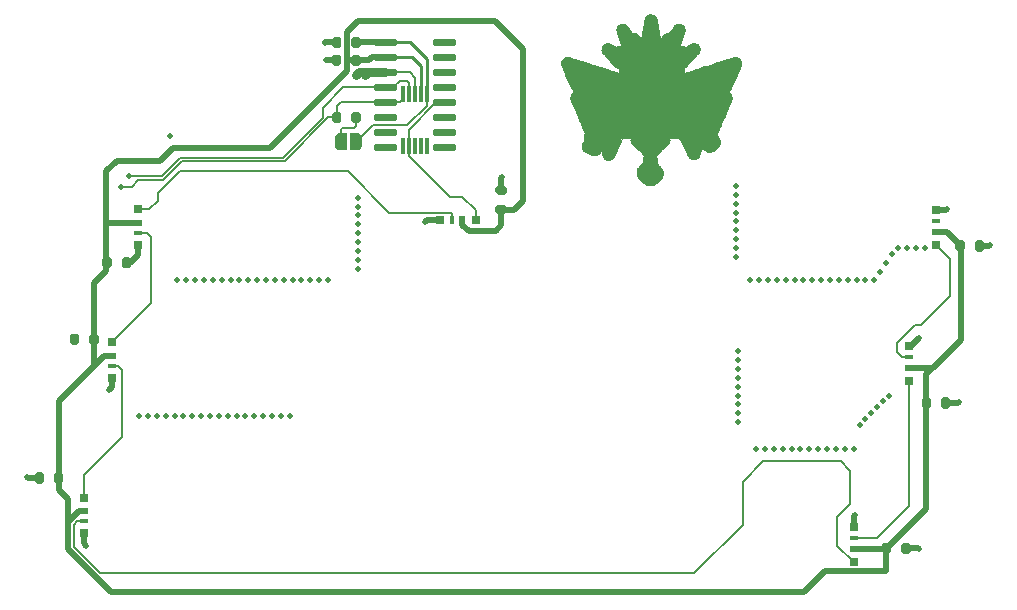
<source format=gbr>
G04 #@! TF.GenerationSoftware,KiCad,Pcbnew,(5.1.8)-1*
G04 #@! TF.CreationDate,2021-05-14T20:15:16-04:00*
G04 #@! TF.ProjectId,DogeKey2,446f6765-4b65-4793-922e-6b696361645f,1*
G04 #@! TF.SameCoordinates,Original*
G04 #@! TF.FileFunction,Copper,L2,Bot*
G04 #@! TF.FilePolarity,Positive*
%FSLAX46Y46*%
G04 Gerber Fmt 4.6, Leading zero omitted, Abs format (unit mm)*
G04 Created by KiCad (PCBNEW (5.1.8)-1) date 2021-05-14 20:15:16*
%MOMM*%
%LPD*%
G01*
G04 APERTURE LIST*
G04 #@! TA.AperFunction,EtchedComponent*
%ADD10C,0.010000*%
G04 #@! TD*
G04 #@! TA.AperFunction,SMDPad,CuDef*
%ADD11R,0.800000X0.800000*%
G04 #@! TD*
G04 #@! TA.AperFunction,SMDPad,CuDef*
%ADD12R,0.400000X0.800000*%
G04 #@! TD*
G04 #@! TA.AperFunction,SMDPad,CuDef*
%ADD13R,0.600000X0.800000*%
G04 #@! TD*
G04 #@! TA.AperFunction,SMDPad,CuDef*
%ADD14R,0.750000X0.800000*%
G04 #@! TD*
G04 #@! TA.AperFunction,SMDPad,CuDef*
%ADD15R,0.800000X0.400000*%
G04 #@! TD*
G04 #@! TA.AperFunction,SMDPad,CuDef*
%ADD16R,0.800000X0.600000*%
G04 #@! TD*
G04 #@! TA.AperFunction,SMDPad,CuDef*
%ADD17R,0.800000X0.750000*%
G04 #@! TD*
G04 #@! TA.AperFunction,SMDPad,CuDef*
%ADD18C,0.152400*%
G04 #@! TD*
G04 #@! TA.AperFunction,SMDPad,CuDef*
%ADD19R,0.300000X1.400000*%
G04 #@! TD*
G04 #@! TA.AperFunction,ViaPad*
%ADD20C,0.508000*%
G04 #@! TD*
G04 #@! TA.AperFunction,Conductor*
%ADD21C,0.152400*%
G04 #@! TD*
G04 #@! TA.AperFunction,Conductor*
%ADD22C,0.508000*%
G04 #@! TD*
G04 #@! TA.AperFunction,Conductor*
%ADD23C,0.254000*%
G04 #@! TD*
G04 #@! TA.AperFunction,Conductor*
%ADD24C,0.762000*%
G04 #@! TD*
G04 APERTURE END LIST*
D10*
G36*
X158492737Y-41474941D02*
G01*
X158462813Y-41484021D01*
X158423198Y-41497587D01*
X158377769Y-41514358D01*
X158364685Y-41519395D01*
X158314885Y-41539055D01*
X158278664Y-41554634D01*
X158251950Y-41568569D01*
X158230671Y-41583296D01*
X158210755Y-41601250D01*
X158188131Y-41624868D01*
X158187797Y-41625228D01*
X158157929Y-41659586D01*
X158129354Y-41696163D01*
X158107774Y-41727616D01*
X158106063Y-41730463D01*
X158099414Y-41741757D01*
X158093292Y-41752587D01*
X158087514Y-41763890D01*
X158081896Y-41776602D01*
X158076254Y-41791657D01*
X158070406Y-41809992D01*
X158064166Y-41832542D01*
X158057352Y-41860243D01*
X158049780Y-41894030D01*
X158041267Y-41934839D01*
X158031628Y-41983605D01*
X158020680Y-42041265D01*
X158008240Y-42108754D01*
X157994124Y-42187007D01*
X157978148Y-42276960D01*
X157960128Y-42379549D01*
X157939882Y-42495709D01*
X157917224Y-42626376D01*
X157891973Y-42772485D01*
X157863944Y-42934973D01*
X157832953Y-43114774D01*
X157822682Y-43174370D01*
X157808181Y-43257776D01*
X157794439Y-43335424D01*
X157781819Y-43405352D01*
X157770688Y-43465599D01*
X157761410Y-43514204D01*
X157754351Y-43549205D01*
X157749875Y-43568641D01*
X157748686Y-43571950D01*
X157741568Y-43566739D01*
X157725373Y-43548158D01*
X157701737Y-43518300D01*
X157672299Y-43479262D01*
X157638695Y-43433139D01*
X157622826Y-43410878D01*
X157581355Y-43353675D01*
X157540604Y-43299943D01*
X157503011Y-43252747D01*
X157471017Y-43215151D01*
X157447471Y-43190599D01*
X157374387Y-43133794D01*
X157295511Y-43093965D01*
X157209240Y-43070567D01*
X157113972Y-43063050D01*
X157077405Y-43064113D01*
X156985513Y-43069132D01*
X156831571Y-42837177D01*
X156765704Y-42738434D01*
X156708611Y-42654220D01*
X156659060Y-42583135D01*
X156615819Y-42523774D01*
X156577653Y-42474736D01*
X156543332Y-42434617D01*
X156511622Y-42402015D01*
X156481290Y-42375527D01*
X156451105Y-42353752D01*
X156419832Y-42335285D01*
X156386240Y-42318725D01*
X156369355Y-42311225D01*
X156336384Y-42298037D01*
X156306106Y-42289114D01*
X156272599Y-42283306D01*
X156229938Y-42279465D01*
X156195630Y-42277535D01*
X156087445Y-42272203D01*
X155966605Y-42325824D01*
X155918537Y-42347358D01*
X155883703Y-42364113D01*
X155858114Y-42378884D01*
X155837781Y-42394467D01*
X155818717Y-42413658D01*
X155796931Y-42439253D01*
X155786349Y-42452171D01*
X155754603Y-42493176D01*
X155731862Y-42529194D01*
X155713746Y-42568189D01*
X155697057Y-42614569D01*
X155678472Y-42679023D01*
X155668297Y-42738791D01*
X155666606Y-42798490D01*
X155673473Y-42862736D01*
X155688971Y-42936145D01*
X155703027Y-42988567D01*
X155713118Y-43022324D01*
X155728548Y-43071586D01*
X155748553Y-43134058D01*
X155772368Y-43207447D01*
X155799230Y-43289458D01*
X155828375Y-43377797D01*
X155859040Y-43470172D01*
X155890462Y-43564288D01*
X155921875Y-43657851D01*
X155952517Y-43748567D01*
X155981623Y-43834143D01*
X156008431Y-43912285D01*
X156032175Y-43980699D01*
X156052094Y-44037091D01*
X156052616Y-44038550D01*
X156090888Y-44145433D01*
X156061441Y-44139544D01*
X155967093Y-44128473D01*
X155872484Y-44131974D01*
X155781429Y-44149350D01*
X155697745Y-44179904D01*
X155632107Y-44217936D01*
X155605198Y-44237097D01*
X155479432Y-44163532D01*
X155384327Y-44108277D01*
X155303260Y-44062192D01*
X155234320Y-44024473D01*
X155175593Y-43994315D01*
X155125166Y-43970913D01*
X155081126Y-43953461D01*
X155041560Y-43941156D01*
X155004555Y-43933191D01*
X154968198Y-43928761D01*
X154930576Y-43927062D01*
X154917295Y-43926963D01*
X154867031Y-43928917D01*
X154820193Y-43935740D01*
X154768066Y-43948870D01*
X154747932Y-43954920D01*
X154657519Y-43982877D01*
X154556917Y-44084272D01*
X154456316Y-44185667D01*
X154427627Y-44289148D01*
X154406880Y-44384808D01*
X154400823Y-44472373D01*
X154410079Y-44554451D01*
X154435272Y-44633649D01*
X154477027Y-44712573D01*
X154535966Y-44793830D01*
X154553425Y-44814775D01*
X154601505Y-44870058D01*
X154660986Y-44936721D01*
X154730015Y-45012788D01*
X154806740Y-45096282D01*
X154889307Y-45185230D01*
X154975866Y-45277654D01*
X155064561Y-45371581D01*
X155153542Y-45465035D01*
X155240956Y-45556039D01*
X155324949Y-45642620D01*
X155403669Y-45722801D01*
X155428926Y-45748277D01*
X155488194Y-45807704D01*
X155536226Y-45855295D01*
X155574909Y-45892696D01*
X155606129Y-45921555D01*
X155631772Y-45943520D01*
X155653724Y-45960238D01*
X155673872Y-45973355D01*
X155694102Y-45984521D01*
X155706445Y-45990669D01*
X155745382Y-46008354D01*
X155783545Y-46023687D01*
X155813557Y-46033736D01*
X155817064Y-46034647D01*
X155841732Y-46041688D01*
X155852115Y-46049551D01*
X155852411Y-46062590D01*
X155850788Y-46069662D01*
X155848319Y-46088493D01*
X155846167Y-46121623D01*
X155844550Y-46164534D01*
X155843685Y-46212711D01*
X155843650Y-46217444D01*
X155843512Y-46268008D01*
X155844316Y-46304071D01*
X155846732Y-46329946D01*
X155851427Y-46349945D01*
X155859070Y-46368379D01*
X155870332Y-46389562D01*
X155870354Y-46389602D01*
X155885110Y-46420082D01*
X155890805Y-46440937D01*
X155889168Y-46447635D01*
X155877947Y-46447131D01*
X155850755Y-46440834D01*
X155809351Y-46429258D01*
X155755491Y-46412913D01*
X155690933Y-46392310D01*
X155631185Y-46372578D01*
X155582679Y-46356473D01*
X155518183Y-46335268D01*
X155439633Y-46309589D01*
X155348962Y-46280064D01*
X155248104Y-46247319D01*
X155138991Y-46211981D01*
X155023558Y-46174676D01*
X154903738Y-46136032D01*
X154781466Y-46096674D01*
X154658674Y-46057231D01*
X154619889Y-46044790D01*
X154487333Y-46002277D01*
X154347279Y-45957343D01*
X154202605Y-45910913D01*
X154056187Y-45863911D01*
X153910903Y-45817259D01*
X153769629Y-45771883D01*
X153635241Y-45728705D01*
X153510618Y-45688651D01*
X153398635Y-45652643D01*
X153316963Y-45626367D01*
X153177060Y-45581400D01*
X153035498Y-45536014D01*
X152893711Y-45490660D01*
X152753131Y-45445791D01*
X152615188Y-45401861D01*
X152481317Y-45359323D01*
X152352949Y-45318630D01*
X152231516Y-45280234D01*
X152118451Y-45244590D01*
X152015185Y-45212149D01*
X151923152Y-45183365D01*
X151843782Y-45158692D01*
X151778509Y-45138581D01*
X151728765Y-45123487D01*
X151705086Y-45116478D01*
X151637794Y-45098639D01*
X151580599Y-45088303D01*
X151527183Y-45085274D01*
X151471224Y-45089359D01*
X151406404Y-45100360D01*
X151377907Y-45106363D01*
X151333303Y-45116491D01*
X151300757Y-45125760D01*
X151274367Y-45136963D01*
X151248230Y-45152892D01*
X151216444Y-45176338D01*
X151195382Y-45192694D01*
X151129792Y-45250220D01*
X151079018Y-45310124D01*
X151039241Y-45377382D01*
X151019845Y-45421369D01*
X151010738Y-45446891D01*
X151004625Y-45472357D01*
X151000937Y-45502453D01*
X150999105Y-45541866D01*
X150998562Y-45595280D01*
X150998560Y-45596778D01*
X150999293Y-45646084D01*
X151002072Y-45691435D01*
X151007584Y-45735799D01*
X151016516Y-45782143D01*
X151029555Y-45833432D01*
X151047390Y-45892633D01*
X151070706Y-45962713D01*
X151100192Y-46046638D01*
X151107537Y-46067148D01*
X151137094Y-46147637D01*
X151162919Y-46213428D01*
X151186557Y-46267883D01*
X151209552Y-46314365D01*
X151233449Y-46356237D01*
X151257233Y-46393100D01*
X151277183Y-46425450D01*
X151290119Y-46455668D01*
X151298823Y-46491546D01*
X151303798Y-46523553D01*
X151310079Y-46562660D01*
X151318490Y-46600771D01*
X151329991Y-46640330D01*
X151345537Y-46683782D01*
X151366087Y-46733572D01*
X151392599Y-46792145D01*
X151426029Y-46861946D01*
X151467336Y-46945420D01*
X151475063Y-46960852D01*
X151518791Y-47047659D01*
X151555436Y-47119325D01*
X151586052Y-47177669D01*
X151611694Y-47224514D01*
X151633416Y-47261681D01*
X151652273Y-47290992D01*
X151669321Y-47314267D01*
X151685612Y-47333330D01*
X151698130Y-47346113D01*
X151720472Y-47371377D01*
X151734104Y-47394085D01*
X151736519Y-47403918D01*
X151741452Y-47437464D01*
X151755433Y-47484167D01*
X151777231Y-47541425D01*
X151805615Y-47606635D01*
X151839357Y-47677194D01*
X151877224Y-47750500D01*
X151917988Y-47823951D01*
X151960417Y-47894943D01*
X151991520Y-47943395D01*
X152063689Y-48052111D01*
X152029456Y-48069954D01*
X151986069Y-48095842D01*
X151946799Y-48127274D01*
X151906815Y-48168476D01*
X151878544Y-48202018D01*
X151855871Y-48230744D01*
X151839298Y-48254872D01*
X151826620Y-48279209D01*
X151815630Y-48308567D01*
X151804123Y-48347753D01*
X151793674Y-48387068D01*
X151775232Y-48467356D01*
X151765855Y-48536017D01*
X151765702Y-48597995D01*
X151774933Y-48658235D01*
X151793706Y-48721683D01*
X151805453Y-48752963D01*
X151843427Y-48846680D01*
X151884724Y-48944413D01*
X151927917Y-49043056D01*
X151971578Y-49139506D01*
X152014279Y-49230659D01*
X152054592Y-49313412D01*
X152091089Y-49384661D01*
X152121412Y-49439704D01*
X152131707Y-49460868D01*
X152146287Y-49495357D01*
X152163342Y-49538696D01*
X152181065Y-49586409D01*
X152184118Y-49594926D01*
X152205186Y-49652544D01*
X152232124Y-49723827D01*
X152264253Y-49807121D01*
X152300895Y-49900771D01*
X152341374Y-50003124D01*
X152385011Y-50112527D01*
X152431129Y-50227324D01*
X152479050Y-50345863D01*
X152528095Y-50466489D01*
X152577589Y-50587548D01*
X152626851Y-50707386D01*
X152675206Y-50824350D01*
X152721975Y-50936786D01*
X152766481Y-51043039D01*
X152808045Y-51141456D01*
X152845990Y-51230382D01*
X152879639Y-51308165D01*
X152908313Y-51373149D01*
X152931334Y-51423682D01*
X152945876Y-51453885D01*
X152977168Y-51516030D01*
X152958900Y-51693774D01*
X152952431Y-51755829D01*
X152945869Y-51817207D01*
X152939731Y-51873188D01*
X152934533Y-51919050D01*
X152931328Y-51945851D01*
X152927472Y-51989588D01*
X152926196Y-52033742D01*
X152927762Y-52068986D01*
X152927869Y-52069926D01*
X152930236Y-52095624D01*
X152928700Y-52114786D01*
X152921201Y-52133207D01*
X152905678Y-52156686D01*
X152889081Y-52179038D01*
X152837491Y-52256139D01*
X152792601Y-52339903D01*
X152756650Y-52425274D01*
X152731874Y-52507199D01*
X152723130Y-52553874D01*
X152719072Y-52590221D01*
X152718168Y-52621683D01*
X152720811Y-52654598D01*
X152727393Y-52695302D01*
X152733974Y-52728959D01*
X152750025Y-52795838D01*
X152770482Y-52855824D01*
X152796749Y-52910163D01*
X152830228Y-52960101D01*
X152872323Y-53006883D01*
X152924436Y-53051757D01*
X152987970Y-53095966D01*
X153064329Y-53140759D01*
X153154914Y-53187379D01*
X153261130Y-53237075D01*
X153350522Y-53276520D01*
X153442571Y-53315534D01*
X153520371Y-53346534D01*
X153586314Y-53370284D01*
X153642792Y-53387552D01*
X153692196Y-53399101D01*
X153736917Y-53405698D01*
X153759569Y-53407450D01*
X153831964Y-53407631D01*
X153896690Y-53398764D01*
X153960658Y-53379335D01*
X154030217Y-53348112D01*
X154096951Y-53309991D01*
X154158498Y-53266182D01*
X154212713Y-53218929D01*
X154257452Y-53170476D01*
X154290574Y-53123065D01*
X154309933Y-53078939D01*
X154314148Y-53050983D01*
X154317061Y-53033564D01*
X154329378Y-53024279D01*
X154348035Y-53019663D01*
X154370775Y-53016235D01*
X154383680Y-53015884D01*
X154384479Y-53016264D01*
X154387449Y-53025804D01*
X154394449Y-53051063D01*
X154404812Y-53089544D01*
X154417868Y-53138747D01*
X154432949Y-53196173D01*
X154445391Y-53243923D01*
X154467331Y-53327027D01*
X154486140Y-53394438D01*
X154502849Y-53448808D01*
X154518491Y-53492792D01*
X154534097Y-53529045D01*
X154550700Y-53560219D01*
X154569332Y-53588970D01*
X154590672Y-53617502D01*
X154653706Y-53682944D01*
X154728117Y-53733747D01*
X154812846Y-53769396D01*
X154906838Y-53789373D01*
X154949748Y-53793012D01*
X155044564Y-53791928D01*
X155127718Y-53777979D01*
X155202250Y-53750039D01*
X155271200Y-53706983D01*
X155334871Y-53650476D01*
X155352389Y-53632460D01*
X155367583Y-53615745D01*
X155381599Y-53598327D01*
X155395585Y-53578205D01*
X155410686Y-53553375D01*
X155428049Y-53521835D01*
X155448821Y-53481582D01*
X155474148Y-53430613D01*
X155505177Y-53366927D01*
X155543055Y-53288520D01*
X155548163Y-53277926D01*
X155610837Y-53148013D01*
X155679638Y-53005524D01*
X155752463Y-52854803D01*
X155827214Y-52700196D01*
X155901787Y-52546046D01*
X155974083Y-52396698D01*
X156042000Y-52256497D01*
X156088396Y-52160796D01*
X156176225Y-51979704D01*
X156871650Y-51979704D01*
X156862899Y-52010216D01*
X156858860Y-52033736D01*
X156855808Y-52069484D01*
X156854249Y-52110878D01*
X156854148Y-52123798D01*
X156863098Y-52219383D01*
X156889335Y-52310590D01*
X156931937Y-52394313D01*
X156936302Y-52401013D01*
X156950439Y-52418059D01*
X156977605Y-52446623D01*
X157016757Y-52485735D01*
X157066852Y-52534420D01*
X157126849Y-52591708D01*
X157195705Y-52656625D01*
X157272378Y-52728200D01*
X157355826Y-52805460D01*
X157445008Y-52887433D01*
X157538880Y-52973147D01*
X157636400Y-53061629D01*
X157736528Y-53151908D01*
X157838219Y-53243010D01*
X157852070Y-53255373D01*
X157998622Y-53386111D01*
X157975121Y-53442556D01*
X157968246Y-53459750D01*
X157962797Y-53476188D01*
X157958551Y-53494359D01*
X157955287Y-53516749D01*
X157952782Y-53545848D01*
X157950815Y-53584142D01*
X157949163Y-53634121D01*
X157947605Y-53698271D01*
X157946162Y-53767111D01*
X157944509Y-53836627D01*
X157942545Y-53900221D01*
X157940380Y-53955401D01*
X157938130Y-53999677D01*
X157935906Y-54030556D01*
X157933823Y-54045549D01*
X157933482Y-54046352D01*
X157923777Y-54055265D01*
X157901363Y-54073049D01*
X157868879Y-54097696D01*
X157828966Y-54127198D01*
X157792371Y-54153728D01*
X157690186Y-54231213D01*
X157605288Y-54304579D01*
X157536846Y-54374790D01*
X157484032Y-54442811D01*
X157446016Y-54509607D01*
X157421970Y-54576143D01*
X157419062Y-54588164D01*
X157399424Y-54716657D01*
X157396222Y-54849825D01*
X157409037Y-54983983D01*
X157437450Y-55115447D01*
X157481040Y-55240535D01*
X157497588Y-55277481D01*
X157567129Y-55403805D01*
X157649835Y-55518414D01*
X157744316Y-55620546D01*
X157849184Y-55709439D01*
X157963048Y-55784331D01*
X158084518Y-55844460D01*
X158212206Y-55889064D01*
X158344722Y-55917381D01*
X158480675Y-55928649D01*
X158618676Y-55922105D01*
X158662389Y-55916227D01*
X158795938Y-55886082D01*
X158925112Y-55838591D01*
X159048180Y-55775041D01*
X159163412Y-55696713D01*
X159269076Y-55604892D01*
X159363442Y-55500861D01*
X159444778Y-55385904D01*
X159492583Y-55300518D01*
X159547045Y-55174693D01*
X159585146Y-55046992D01*
X159606231Y-54919999D01*
X159610519Y-54834034D01*
X159609802Y-54793122D01*
X159606618Y-54764216D01*
X159599415Y-54740526D01*
X159586639Y-54715267D01*
X159581221Y-54705914D01*
X159559066Y-54670690D01*
X159526859Y-54622894D01*
X159486204Y-54564720D01*
X159438708Y-54498365D01*
X159385975Y-54426023D01*
X159329612Y-54349890D01*
X159271224Y-54272161D01*
X159212415Y-54195031D01*
X159154793Y-54120696D01*
X159131987Y-54091667D01*
X159065183Y-54007000D01*
X159064869Y-53828259D01*
X159063529Y-53719419D01*
X159059861Y-53628203D01*
X159053774Y-53553552D01*
X159045172Y-53494408D01*
X159033965Y-53449714D01*
X159030815Y-53440859D01*
X159014546Y-53398259D01*
X159070231Y-53349852D01*
X159105484Y-53318811D01*
X159150876Y-53278219D01*
X159204904Y-53229463D01*
X159266065Y-53173933D01*
X159332855Y-53113016D01*
X159403771Y-53048101D01*
X159477310Y-52980575D01*
X159551969Y-52911826D01*
X159626244Y-52843243D01*
X159698631Y-52776214D01*
X159767629Y-52712126D01*
X159831732Y-52652368D01*
X159889439Y-52598328D01*
X159939246Y-52551395D01*
X159979649Y-52512955D01*
X160009145Y-52484398D01*
X160026231Y-52467111D01*
X160026255Y-52467085D01*
X160084019Y-52391277D01*
X160125911Y-52306376D01*
X160151415Y-52214168D01*
X160160013Y-52116437D01*
X160153439Y-52028997D01*
X160146068Y-51979513D01*
X160575104Y-51981960D01*
X161004141Y-51984407D01*
X161073374Y-52120815D01*
X161089104Y-52152016D01*
X161112318Y-52198363D01*
X161142161Y-52258135D01*
X161177778Y-52329612D01*
X161218314Y-52411074D01*
X161262912Y-52500801D01*
X161310718Y-52597074D01*
X161360876Y-52698171D01*
X161412529Y-52802374D01*
X161452374Y-52882815D01*
X161503257Y-52985255D01*
X161552420Y-53083610D01*
X161599125Y-53176446D01*
X161642637Y-53262327D01*
X161682219Y-53339819D01*
X161717137Y-53407488D01*
X161746652Y-53463898D01*
X161770031Y-53507614D01*
X161786536Y-53537202D01*
X161795043Y-53550746D01*
X161818250Y-53576368D01*
X161850919Y-53607133D01*
X161887041Y-53637480D01*
X161897510Y-53645564D01*
X161938762Y-53674644D01*
X161976572Y-53695647D01*
X162019080Y-53712609D01*
X162056445Y-53724372D01*
X162101266Y-53736897D01*
X162136106Y-53744173D01*
X162168769Y-53747081D01*
X162207063Y-53746503D01*
X162237174Y-53744772D01*
X162327371Y-53733140D01*
X162406774Y-53709786D01*
X162480472Y-53673079D01*
X162500676Y-53660254D01*
X162546588Y-53625608D01*
X162587805Y-53584978D01*
X162625160Y-53536673D01*
X162659486Y-53479001D01*
X162691617Y-53410272D01*
X162722385Y-53328795D01*
X162752624Y-53232879D01*
X162783166Y-53120832D01*
X162800317Y-53052042D01*
X162817789Y-52982244D01*
X162832871Y-52926475D01*
X162845222Y-52885874D01*
X162854497Y-52861580D01*
X162859837Y-52854593D01*
X162875119Y-52856111D01*
X162901921Y-52860011D01*
X162922550Y-52863416D01*
X162962068Y-52869537D01*
X163007369Y-52875562D01*
X163032328Y-52878436D01*
X163065142Y-52882662D01*
X163086224Y-52889329D01*
X163102596Y-52902417D01*
X163121278Y-52925905D01*
X163125001Y-52930962D01*
X163167410Y-52977502D01*
X163222869Y-53021855D01*
X163285696Y-53060038D01*
X163347931Y-53087282D01*
X163378271Y-53097264D01*
X163404189Y-53103708D01*
X163430870Y-53107135D01*
X163463499Y-53108071D01*
X163507261Y-53107038D01*
X163533408Y-53106010D01*
X163602931Y-53101270D01*
X163662725Y-53092306D01*
X163718878Y-53077469D01*
X163777480Y-53055113D01*
X163844620Y-53023588D01*
X163852477Y-53019647D01*
X163986515Y-52944308D01*
X164103272Y-52862150D01*
X164202663Y-52773255D01*
X164284609Y-52677708D01*
X164349026Y-52575590D01*
X164395183Y-52468889D01*
X164407010Y-52417533D01*
X164412785Y-52354156D01*
X164412585Y-52284525D01*
X164406487Y-52214407D01*
X164394568Y-52149569D01*
X164390742Y-52135051D01*
X164361212Y-52046709D01*
X164327765Y-51976751D01*
X164290406Y-51925186D01*
X164272788Y-51908375D01*
X164232209Y-51874455D01*
X164225993Y-51786029D01*
X164221312Y-51734931D01*
X164214536Y-51679581D01*
X164206974Y-51630421D01*
X164205429Y-51621967D01*
X164191081Y-51546331D01*
X164280229Y-51365555D01*
X164319650Y-51283667D01*
X164357172Y-51202017D01*
X164391749Y-51123154D01*
X164422335Y-51049628D01*
X164447883Y-50983989D01*
X164467346Y-50928788D01*
X164479678Y-50886575D01*
X164482657Y-50872284D01*
X164489270Y-50848025D01*
X164502528Y-50811070D01*
X164520784Y-50765611D01*
X164542395Y-50715843D01*
X164553833Y-50690889D01*
X164589638Y-50613335D01*
X164629760Y-50524848D01*
X164673596Y-50426859D01*
X164720541Y-50320796D01*
X164769989Y-50208091D01*
X164821335Y-50090174D01*
X164873976Y-49968475D01*
X164927306Y-49844424D01*
X164980719Y-49719452D01*
X165033613Y-49594988D01*
X165085380Y-49472463D01*
X165135418Y-49353308D01*
X165183120Y-49238952D01*
X165227882Y-49130826D01*
X165269099Y-49030359D01*
X165306166Y-48938983D01*
X165338479Y-48858127D01*
X165365432Y-48789221D01*
X165386421Y-48733697D01*
X165400841Y-48692983D01*
X165406600Y-48674435D01*
X165419518Y-48618631D01*
X165425218Y-48567239D01*
X165423578Y-48514679D01*
X165414475Y-48455370D01*
X165400437Y-48394128D01*
X165387425Y-48343955D01*
X165376449Y-48307214D01*
X165365324Y-48278997D01*
X165351865Y-48254402D01*
X165333886Y-48228522D01*
X165316602Y-48205935D01*
X165277132Y-48160558D01*
X165234055Y-48119735D01*
X165204781Y-48097052D01*
X165177144Y-48076834D01*
X165157283Y-48059821D01*
X165148916Y-48049253D01*
X165148892Y-48048376D01*
X165154817Y-48037114D01*
X165168966Y-48014302D01*
X165188861Y-47983865D01*
X165201010Y-47965805D01*
X165227509Y-47924968D01*
X165258777Y-47873846D01*
X165293139Y-47815470D01*
X165328923Y-47752872D01*
X165364454Y-47689083D01*
X165398058Y-47627135D01*
X165428063Y-47570060D01*
X165452795Y-47520889D01*
X165470579Y-47482654D01*
X165477954Y-47464148D01*
X165488874Y-47429067D01*
X165496589Y-47397692D01*
X165499313Y-47378281D01*
X165504509Y-47355163D01*
X165513465Y-47342019D01*
X165533383Y-47320027D01*
X165559268Y-47283093D01*
X165589876Y-47233652D01*
X165623962Y-47174138D01*
X165660281Y-47106988D01*
X165697589Y-47034635D01*
X165734639Y-46959515D01*
X165770187Y-46884063D01*
X165802989Y-46810713D01*
X165831798Y-46741902D01*
X165855371Y-46680064D01*
X165862631Y-46659097D01*
X165878235Y-46607466D01*
X165889249Y-46560747D01*
X165894429Y-46524432D01*
X165894667Y-46517482D01*
X165897032Y-46486428D01*
X165906152Y-46459816D01*
X165925067Y-46429277D01*
X165928391Y-46424599D01*
X165952201Y-46389006D01*
X165975819Y-46348363D01*
X166000147Y-46300657D01*
X166026087Y-46243874D01*
X166054541Y-46176000D01*
X166086410Y-46095023D01*
X166122597Y-45998928D01*
X166139049Y-45954259D01*
X166173067Y-45856015D01*
X166197926Y-45771383D01*
X166214217Y-45697879D01*
X166222525Y-45633020D01*
X166223926Y-45595712D01*
X166215603Y-45494845D01*
X166190773Y-45402878D01*
X166149643Y-45320177D01*
X166092420Y-45247112D01*
X166019312Y-45184051D01*
X165976399Y-45156110D01*
X165889764Y-45115188D01*
X165797188Y-45091763D01*
X165697776Y-45085634D01*
X165668889Y-45086970D01*
X165660057Y-45087705D01*
X165650333Y-45088865D01*
X165639117Y-45090638D01*
X165625811Y-45093212D01*
X165609818Y-45096776D01*
X165590537Y-45101519D01*
X165567371Y-45107627D01*
X165539721Y-45115291D01*
X165506988Y-45124697D01*
X165468574Y-45136035D01*
X165423881Y-45149493D01*
X165372309Y-45165259D01*
X165313260Y-45183522D01*
X165246137Y-45204469D01*
X165170339Y-45228290D01*
X165085268Y-45255172D01*
X164990327Y-45285304D01*
X164884916Y-45318875D01*
X164768437Y-45356072D01*
X164640291Y-45397084D01*
X164499880Y-45442099D01*
X164346605Y-45491306D01*
X164179867Y-45544893D01*
X163999069Y-45603048D01*
X163803611Y-45665960D01*
X163592895Y-45733817D01*
X163366322Y-45806808D01*
X163123294Y-45885120D01*
X162863212Y-45968942D01*
X162747889Y-46006113D01*
X162553120Y-46068861D01*
X162371935Y-46127171D01*
X162204701Y-46180926D01*
X162051784Y-46230009D01*
X161913550Y-46274303D01*
X161790366Y-46313691D01*
X161682597Y-46348056D01*
X161590612Y-46377282D01*
X161514775Y-46401252D01*
X161455453Y-46419848D01*
X161413014Y-46432953D01*
X161387822Y-46440452D01*
X161380427Y-46442330D01*
X161370505Y-46434256D01*
X161358106Y-46410279D01*
X161346397Y-46378584D01*
X161325163Y-46313723D01*
X161361053Y-46237134D01*
X161388502Y-46173525D01*
X161405181Y-46121757D01*
X161411779Y-46078752D01*
X161408988Y-46041431D01*
X161406902Y-46032618D01*
X161401235Y-46008758D01*
X161399243Y-45994303D01*
X161399660Y-45992613D01*
X161408795Y-45987172D01*
X161429181Y-45975360D01*
X161447467Y-45964855D01*
X161471682Y-45948310D01*
X161504886Y-45921996D01*
X161542785Y-45889473D01*
X161581086Y-45854297D01*
X161582746Y-45852714D01*
X161626238Y-45810139D01*
X161680553Y-45755353D01*
X161743989Y-45690184D01*
X161814840Y-45616457D01*
X161891402Y-45535998D01*
X161971971Y-45450634D01*
X162054842Y-45362191D01*
X162138310Y-45272495D01*
X162220672Y-45183373D01*
X162300223Y-45096650D01*
X162375258Y-45014154D01*
X162444072Y-44937710D01*
X162504963Y-44869145D01*
X162556224Y-44810285D01*
X162562947Y-44802442D01*
X162619829Y-44730340D01*
X162662112Y-44663260D01*
X162691838Y-44597452D01*
X162710515Y-44531736D01*
X162723271Y-44444498D01*
X162721869Y-44364729D01*
X162705548Y-44288110D01*
X162673549Y-44210326D01*
X162644734Y-44158344D01*
X162591026Y-44080808D01*
X162532436Y-44020139D01*
X162466337Y-43974524D01*
X162390102Y-43942150D01*
X162301104Y-43921205D01*
X162301037Y-43921194D01*
X162231930Y-43913375D01*
X162167662Y-43914483D01*
X162103875Y-43925369D01*
X162036209Y-43946883D01*
X161960307Y-43979876D01*
X161933879Y-43992840D01*
X161904416Y-44008139D01*
X161864613Y-44029556D01*
X161817327Y-44055477D01*
X161765417Y-44084290D01*
X161711742Y-44114381D01*
X161659160Y-44144138D01*
X161610530Y-44171948D01*
X161568710Y-44196197D01*
X161536559Y-44215273D01*
X161516934Y-44227562D01*
X161513283Y-44230175D01*
X161499354Y-44232090D01*
X161475327Y-44221951D01*
X161456839Y-44210848D01*
X161368652Y-44165320D01*
X161274244Y-44137415D01*
X161174271Y-44127245D01*
X161069391Y-44134921D01*
X161039307Y-44140268D01*
X161012586Y-44145612D01*
X161074227Y-43968084D01*
X161112447Y-43857507D01*
X161151630Y-43743216D01*
X161190910Y-43627791D01*
X161229423Y-43513815D01*
X161266304Y-43403869D01*
X161300687Y-43300534D01*
X161331707Y-43206394D01*
X161358501Y-43124029D01*
X161380202Y-43056022D01*
X161385852Y-43037963D01*
X161404553Y-42977183D01*
X161418225Y-42930388D01*
X161427647Y-42893668D01*
X161433601Y-42863111D01*
X161436868Y-42834809D01*
X161438229Y-42804851D01*
X161438471Y-42774556D01*
X161435769Y-42704932D01*
X161426433Y-42646075D01*
X161408541Y-42591691D01*
X161380173Y-42535490D01*
X161351286Y-42488999D01*
X161322330Y-42446846D01*
X161296738Y-42415507D01*
X161268949Y-42389234D01*
X161233407Y-42362276D01*
X161219258Y-42352407D01*
X161173734Y-42322940D01*
X161134131Y-42302516D01*
X161092525Y-42287443D01*
X161061696Y-42279028D01*
X161024762Y-42270231D01*
X160995435Y-42265116D01*
X160967579Y-42263413D01*
X160935060Y-42264848D01*
X160891744Y-42269150D01*
X160876884Y-42270827D01*
X160787985Y-42286386D01*
X160711471Y-42312174D01*
X160642948Y-42349909D01*
X160607401Y-42376115D01*
X160581535Y-42400099D01*
X160549944Y-42435298D01*
X160512016Y-42482535D01*
X160467139Y-42542631D01*
X160414703Y-42616410D01*
X160354095Y-42704692D01*
X160284705Y-42808299D01*
X160274933Y-42823048D01*
X160118330Y-43059689D01*
X160043619Y-43054569D01*
X159948286Y-43056833D01*
X159855646Y-43076036D01*
X159768877Y-43111128D01*
X159691155Y-43161060D01*
X159671667Y-43177363D01*
X159652452Y-43197099D01*
X159624629Y-43229357D01*
X159590474Y-43271313D01*
X159552263Y-43320142D01*
X159512270Y-43373019D01*
X159492950Y-43399225D01*
X159449644Y-43458024D01*
X159415945Y-43502610D01*
X159390774Y-43534258D01*
X159373054Y-43554241D01*
X159361707Y-43563834D01*
X159355654Y-43564311D01*
X159354641Y-43562698D01*
X159351319Y-43548594D01*
X159345567Y-43517622D01*
X159337664Y-43471534D01*
X159327885Y-43412081D01*
X159316508Y-43341014D01*
X159303810Y-43260086D01*
X159290067Y-43171047D01*
X159275558Y-43075649D01*
X159260559Y-42975643D01*
X159245346Y-42872780D01*
X159243358Y-42859222D01*
X159221868Y-42717079D01*
X159199461Y-42577292D01*
X159176548Y-42442060D01*
X159153538Y-42313582D01*
X159130843Y-42194061D01*
X159108873Y-42085695D01*
X159088039Y-41990684D01*
X159068751Y-41911229D01*
X159061099Y-41882625D01*
X159027500Y-41789562D01*
X158981312Y-41704492D01*
X158924511Y-41630124D01*
X158859071Y-41569165D01*
X158807616Y-41535044D01*
X158782523Y-41524783D01*
X158743612Y-41513206D01*
X158695735Y-41501344D01*
X158643741Y-41490227D01*
X158592482Y-41480885D01*
X158546807Y-41474349D01*
X158511566Y-41471649D01*
X158509093Y-41471630D01*
X158492737Y-41474941D01*
G37*
X158492737Y-41474941D02*
X158462813Y-41484021D01*
X158423198Y-41497587D01*
X158377769Y-41514358D01*
X158364685Y-41519395D01*
X158314885Y-41539055D01*
X158278664Y-41554634D01*
X158251950Y-41568569D01*
X158230671Y-41583296D01*
X158210755Y-41601250D01*
X158188131Y-41624868D01*
X158187797Y-41625228D01*
X158157929Y-41659586D01*
X158129354Y-41696163D01*
X158107774Y-41727616D01*
X158106063Y-41730463D01*
X158099414Y-41741757D01*
X158093292Y-41752587D01*
X158087514Y-41763890D01*
X158081896Y-41776602D01*
X158076254Y-41791657D01*
X158070406Y-41809992D01*
X158064166Y-41832542D01*
X158057352Y-41860243D01*
X158049780Y-41894030D01*
X158041267Y-41934839D01*
X158031628Y-41983605D01*
X158020680Y-42041265D01*
X158008240Y-42108754D01*
X157994124Y-42187007D01*
X157978148Y-42276960D01*
X157960128Y-42379549D01*
X157939882Y-42495709D01*
X157917224Y-42626376D01*
X157891973Y-42772485D01*
X157863944Y-42934973D01*
X157832953Y-43114774D01*
X157822682Y-43174370D01*
X157808181Y-43257776D01*
X157794439Y-43335424D01*
X157781819Y-43405352D01*
X157770688Y-43465599D01*
X157761410Y-43514204D01*
X157754351Y-43549205D01*
X157749875Y-43568641D01*
X157748686Y-43571950D01*
X157741568Y-43566739D01*
X157725373Y-43548158D01*
X157701737Y-43518300D01*
X157672299Y-43479262D01*
X157638695Y-43433139D01*
X157622826Y-43410878D01*
X157581355Y-43353675D01*
X157540604Y-43299943D01*
X157503011Y-43252747D01*
X157471017Y-43215151D01*
X157447471Y-43190599D01*
X157374387Y-43133794D01*
X157295511Y-43093965D01*
X157209240Y-43070567D01*
X157113972Y-43063050D01*
X157077405Y-43064113D01*
X156985513Y-43069132D01*
X156831571Y-42837177D01*
X156765704Y-42738434D01*
X156708611Y-42654220D01*
X156659060Y-42583135D01*
X156615819Y-42523774D01*
X156577653Y-42474736D01*
X156543332Y-42434617D01*
X156511622Y-42402015D01*
X156481290Y-42375527D01*
X156451105Y-42353752D01*
X156419832Y-42335285D01*
X156386240Y-42318725D01*
X156369355Y-42311225D01*
X156336384Y-42298037D01*
X156306106Y-42289114D01*
X156272599Y-42283306D01*
X156229938Y-42279465D01*
X156195630Y-42277535D01*
X156087445Y-42272203D01*
X155966605Y-42325824D01*
X155918537Y-42347358D01*
X155883703Y-42364113D01*
X155858114Y-42378884D01*
X155837781Y-42394467D01*
X155818717Y-42413658D01*
X155796931Y-42439253D01*
X155786349Y-42452171D01*
X155754603Y-42493176D01*
X155731862Y-42529194D01*
X155713746Y-42568189D01*
X155697057Y-42614569D01*
X155678472Y-42679023D01*
X155668297Y-42738791D01*
X155666606Y-42798490D01*
X155673473Y-42862736D01*
X155688971Y-42936145D01*
X155703027Y-42988567D01*
X155713118Y-43022324D01*
X155728548Y-43071586D01*
X155748553Y-43134058D01*
X155772368Y-43207447D01*
X155799230Y-43289458D01*
X155828375Y-43377797D01*
X155859040Y-43470172D01*
X155890462Y-43564288D01*
X155921875Y-43657851D01*
X155952517Y-43748567D01*
X155981623Y-43834143D01*
X156008431Y-43912285D01*
X156032175Y-43980699D01*
X156052094Y-44037091D01*
X156052616Y-44038550D01*
X156090888Y-44145433D01*
X156061441Y-44139544D01*
X155967093Y-44128473D01*
X155872484Y-44131974D01*
X155781429Y-44149350D01*
X155697745Y-44179904D01*
X155632107Y-44217936D01*
X155605198Y-44237097D01*
X155479432Y-44163532D01*
X155384327Y-44108277D01*
X155303260Y-44062192D01*
X155234320Y-44024473D01*
X155175593Y-43994315D01*
X155125166Y-43970913D01*
X155081126Y-43953461D01*
X155041560Y-43941156D01*
X155004555Y-43933191D01*
X154968198Y-43928761D01*
X154930576Y-43927062D01*
X154917295Y-43926963D01*
X154867031Y-43928917D01*
X154820193Y-43935740D01*
X154768066Y-43948870D01*
X154747932Y-43954920D01*
X154657519Y-43982877D01*
X154556917Y-44084272D01*
X154456316Y-44185667D01*
X154427627Y-44289148D01*
X154406880Y-44384808D01*
X154400823Y-44472373D01*
X154410079Y-44554451D01*
X154435272Y-44633649D01*
X154477027Y-44712573D01*
X154535966Y-44793830D01*
X154553425Y-44814775D01*
X154601505Y-44870058D01*
X154660986Y-44936721D01*
X154730015Y-45012788D01*
X154806740Y-45096282D01*
X154889307Y-45185230D01*
X154975866Y-45277654D01*
X155064561Y-45371581D01*
X155153542Y-45465035D01*
X155240956Y-45556039D01*
X155324949Y-45642620D01*
X155403669Y-45722801D01*
X155428926Y-45748277D01*
X155488194Y-45807704D01*
X155536226Y-45855295D01*
X155574909Y-45892696D01*
X155606129Y-45921555D01*
X155631772Y-45943520D01*
X155653724Y-45960238D01*
X155673872Y-45973355D01*
X155694102Y-45984521D01*
X155706445Y-45990669D01*
X155745382Y-46008354D01*
X155783545Y-46023687D01*
X155813557Y-46033736D01*
X155817064Y-46034647D01*
X155841732Y-46041688D01*
X155852115Y-46049551D01*
X155852411Y-46062590D01*
X155850788Y-46069662D01*
X155848319Y-46088493D01*
X155846167Y-46121623D01*
X155844550Y-46164534D01*
X155843685Y-46212711D01*
X155843650Y-46217444D01*
X155843512Y-46268008D01*
X155844316Y-46304071D01*
X155846732Y-46329946D01*
X155851427Y-46349945D01*
X155859070Y-46368379D01*
X155870332Y-46389562D01*
X155870354Y-46389602D01*
X155885110Y-46420082D01*
X155890805Y-46440937D01*
X155889168Y-46447635D01*
X155877947Y-46447131D01*
X155850755Y-46440834D01*
X155809351Y-46429258D01*
X155755491Y-46412913D01*
X155690933Y-46392310D01*
X155631185Y-46372578D01*
X155582679Y-46356473D01*
X155518183Y-46335268D01*
X155439633Y-46309589D01*
X155348962Y-46280064D01*
X155248104Y-46247319D01*
X155138991Y-46211981D01*
X155023558Y-46174676D01*
X154903738Y-46136032D01*
X154781466Y-46096674D01*
X154658674Y-46057231D01*
X154619889Y-46044790D01*
X154487333Y-46002277D01*
X154347279Y-45957343D01*
X154202605Y-45910913D01*
X154056187Y-45863911D01*
X153910903Y-45817259D01*
X153769629Y-45771883D01*
X153635241Y-45728705D01*
X153510618Y-45688651D01*
X153398635Y-45652643D01*
X153316963Y-45626367D01*
X153177060Y-45581400D01*
X153035498Y-45536014D01*
X152893711Y-45490660D01*
X152753131Y-45445791D01*
X152615188Y-45401861D01*
X152481317Y-45359323D01*
X152352949Y-45318630D01*
X152231516Y-45280234D01*
X152118451Y-45244590D01*
X152015185Y-45212149D01*
X151923152Y-45183365D01*
X151843782Y-45158692D01*
X151778509Y-45138581D01*
X151728765Y-45123487D01*
X151705086Y-45116478D01*
X151637794Y-45098639D01*
X151580599Y-45088303D01*
X151527183Y-45085274D01*
X151471224Y-45089359D01*
X151406404Y-45100360D01*
X151377907Y-45106363D01*
X151333303Y-45116491D01*
X151300757Y-45125760D01*
X151274367Y-45136963D01*
X151248230Y-45152892D01*
X151216444Y-45176338D01*
X151195382Y-45192694D01*
X151129792Y-45250220D01*
X151079018Y-45310124D01*
X151039241Y-45377382D01*
X151019845Y-45421369D01*
X151010738Y-45446891D01*
X151004625Y-45472357D01*
X151000937Y-45502453D01*
X150999105Y-45541866D01*
X150998562Y-45595280D01*
X150998560Y-45596778D01*
X150999293Y-45646084D01*
X151002072Y-45691435D01*
X151007584Y-45735799D01*
X151016516Y-45782143D01*
X151029555Y-45833432D01*
X151047390Y-45892633D01*
X151070706Y-45962713D01*
X151100192Y-46046638D01*
X151107537Y-46067148D01*
X151137094Y-46147637D01*
X151162919Y-46213428D01*
X151186557Y-46267883D01*
X151209552Y-46314365D01*
X151233449Y-46356237D01*
X151257233Y-46393100D01*
X151277183Y-46425450D01*
X151290119Y-46455668D01*
X151298823Y-46491546D01*
X151303798Y-46523553D01*
X151310079Y-46562660D01*
X151318490Y-46600771D01*
X151329991Y-46640330D01*
X151345537Y-46683782D01*
X151366087Y-46733572D01*
X151392599Y-46792145D01*
X151426029Y-46861946D01*
X151467336Y-46945420D01*
X151475063Y-46960852D01*
X151518791Y-47047659D01*
X151555436Y-47119325D01*
X151586052Y-47177669D01*
X151611694Y-47224514D01*
X151633416Y-47261681D01*
X151652273Y-47290992D01*
X151669321Y-47314267D01*
X151685612Y-47333330D01*
X151698130Y-47346113D01*
X151720472Y-47371377D01*
X151734104Y-47394085D01*
X151736519Y-47403918D01*
X151741452Y-47437464D01*
X151755433Y-47484167D01*
X151777231Y-47541425D01*
X151805615Y-47606635D01*
X151839357Y-47677194D01*
X151877224Y-47750500D01*
X151917988Y-47823951D01*
X151960417Y-47894943D01*
X151991520Y-47943395D01*
X152063689Y-48052111D01*
X152029456Y-48069954D01*
X151986069Y-48095842D01*
X151946799Y-48127274D01*
X151906815Y-48168476D01*
X151878544Y-48202018D01*
X151855871Y-48230744D01*
X151839298Y-48254872D01*
X151826620Y-48279209D01*
X151815630Y-48308567D01*
X151804123Y-48347753D01*
X151793674Y-48387068D01*
X151775232Y-48467356D01*
X151765855Y-48536017D01*
X151765702Y-48597995D01*
X151774933Y-48658235D01*
X151793706Y-48721683D01*
X151805453Y-48752963D01*
X151843427Y-48846680D01*
X151884724Y-48944413D01*
X151927917Y-49043056D01*
X151971578Y-49139506D01*
X152014279Y-49230659D01*
X152054592Y-49313412D01*
X152091089Y-49384661D01*
X152121412Y-49439704D01*
X152131707Y-49460868D01*
X152146287Y-49495357D01*
X152163342Y-49538696D01*
X152181065Y-49586409D01*
X152184118Y-49594926D01*
X152205186Y-49652544D01*
X152232124Y-49723827D01*
X152264253Y-49807121D01*
X152300895Y-49900771D01*
X152341374Y-50003124D01*
X152385011Y-50112527D01*
X152431129Y-50227324D01*
X152479050Y-50345863D01*
X152528095Y-50466489D01*
X152577589Y-50587548D01*
X152626851Y-50707386D01*
X152675206Y-50824350D01*
X152721975Y-50936786D01*
X152766481Y-51043039D01*
X152808045Y-51141456D01*
X152845990Y-51230382D01*
X152879639Y-51308165D01*
X152908313Y-51373149D01*
X152931334Y-51423682D01*
X152945876Y-51453885D01*
X152977168Y-51516030D01*
X152958900Y-51693774D01*
X152952431Y-51755829D01*
X152945869Y-51817207D01*
X152939731Y-51873188D01*
X152934533Y-51919050D01*
X152931328Y-51945851D01*
X152927472Y-51989588D01*
X152926196Y-52033742D01*
X152927762Y-52068986D01*
X152927869Y-52069926D01*
X152930236Y-52095624D01*
X152928700Y-52114786D01*
X152921201Y-52133207D01*
X152905678Y-52156686D01*
X152889081Y-52179038D01*
X152837491Y-52256139D01*
X152792601Y-52339903D01*
X152756650Y-52425274D01*
X152731874Y-52507199D01*
X152723130Y-52553874D01*
X152719072Y-52590221D01*
X152718168Y-52621683D01*
X152720811Y-52654598D01*
X152727393Y-52695302D01*
X152733974Y-52728959D01*
X152750025Y-52795838D01*
X152770482Y-52855824D01*
X152796749Y-52910163D01*
X152830228Y-52960101D01*
X152872323Y-53006883D01*
X152924436Y-53051757D01*
X152987970Y-53095966D01*
X153064329Y-53140759D01*
X153154914Y-53187379D01*
X153261130Y-53237075D01*
X153350522Y-53276520D01*
X153442571Y-53315534D01*
X153520371Y-53346534D01*
X153586314Y-53370284D01*
X153642792Y-53387552D01*
X153692196Y-53399101D01*
X153736917Y-53405698D01*
X153759569Y-53407450D01*
X153831964Y-53407631D01*
X153896690Y-53398764D01*
X153960658Y-53379335D01*
X154030217Y-53348112D01*
X154096951Y-53309991D01*
X154158498Y-53266182D01*
X154212713Y-53218929D01*
X154257452Y-53170476D01*
X154290574Y-53123065D01*
X154309933Y-53078939D01*
X154314148Y-53050983D01*
X154317061Y-53033564D01*
X154329378Y-53024279D01*
X154348035Y-53019663D01*
X154370775Y-53016235D01*
X154383680Y-53015884D01*
X154384479Y-53016264D01*
X154387449Y-53025804D01*
X154394449Y-53051063D01*
X154404812Y-53089544D01*
X154417868Y-53138747D01*
X154432949Y-53196173D01*
X154445391Y-53243923D01*
X154467331Y-53327027D01*
X154486140Y-53394438D01*
X154502849Y-53448808D01*
X154518491Y-53492792D01*
X154534097Y-53529045D01*
X154550700Y-53560219D01*
X154569332Y-53588970D01*
X154590672Y-53617502D01*
X154653706Y-53682944D01*
X154728117Y-53733747D01*
X154812846Y-53769396D01*
X154906838Y-53789373D01*
X154949748Y-53793012D01*
X155044564Y-53791928D01*
X155127718Y-53777979D01*
X155202250Y-53750039D01*
X155271200Y-53706983D01*
X155334871Y-53650476D01*
X155352389Y-53632460D01*
X155367583Y-53615745D01*
X155381599Y-53598327D01*
X155395585Y-53578205D01*
X155410686Y-53553375D01*
X155428049Y-53521835D01*
X155448821Y-53481582D01*
X155474148Y-53430613D01*
X155505177Y-53366927D01*
X155543055Y-53288520D01*
X155548163Y-53277926D01*
X155610837Y-53148013D01*
X155679638Y-53005524D01*
X155752463Y-52854803D01*
X155827214Y-52700196D01*
X155901787Y-52546046D01*
X155974083Y-52396698D01*
X156042000Y-52256497D01*
X156088396Y-52160796D01*
X156176225Y-51979704D01*
X156871650Y-51979704D01*
X156862899Y-52010216D01*
X156858860Y-52033736D01*
X156855808Y-52069484D01*
X156854249Y-52110878D01*
X156854148Y-52123798D01*
X156863098Y-52219383D01*
X156889335Y-52310590D01*
X156931937Y-52394313D01*
X156936302Y-52401013D01*
X156950439Y-52418059D01*
X156977605Y-52446623D01*
X157016757Y-52485735D01*
X157066852Y-52534420D01*
X157126849Y-52591708D01*
X157195705Y-52656625D01*
X157272378Y-52728200D01*
X157355826Y-52805460D01*
X157445008Y-52887433D01*
X157538880Y-52973147D01*
X157636400Y-53061629D01*
X157736528Y-53151908D01*
X157838219Y-53243010D01*
X157852070Y-53255373D01*
X157998622Y-53386111D01*
X157975121Y-53442556D01*
X157968246Y-53459750D01*
X157962797Y-53476188D01*
X157958551Y-53494359D01*
X157955287Y-53516749D01*
X157952782Y-53545848D01*
X157950815Y-53584142D01*
X157949163Y-53634121D01*
X157947605Y-53698271D01*
X157946162Y-53767111D01*
X157944509Y-53836627D01*
X157942545Y-53900221D01*
X157940380Y-53955401D01*
X157938130Y-53999677D01*
X157935906Y-54030556D01*
X157933823Y-54045549D01*
X157933482Y-54046352D01*
X157923777Y-54055265D01*
X157901363Y-54073049D01*
X157868879Y-54097696D01*
X157828966Y-54127198D01*
X157792371Y-54153728D01*
X157690186Y-54231213D01*
X157605288Y-54304579D01*
X157536846Y-54374790D01*
X157484032Y-54442811D01*
X157446016Y-54509607D01*
X157421970Y-54576143D01*
X157419062Y-54588164D01*
X157399424Y-54716657D01*
X157396222Y-54849825D01*
X157409037Y-54983983D01*
X157437450Y-55115447D01*
X157481040Y-55240535D01*
X157497588Y-55277481D01*
X157567129Y-55403805D01*
X157649835Y-55518414D01*
X157744316Y-55620546D01*
X157849184Y-55709439D01*
X157963048Y-55784331D01*
X158084518Y-55844460D01*
X158212206Y-55889064D01*
X158344722Y-55917381D01*
X158480675Y-55928649D01*
X158618676Y-55922105D01*
X158662389Y-55916227D01*
X158795938Y-55886082D01*
X158925112Y-55838591D01*
X159048180Y-55775041D01*
X159163412Y-55696713D01*
X159269076Y-55604892D01*
X159363442Y-55500861D01*
X159444778Y-55385904D01*
X159492583Y-55300518D01*
X159547045Y-55174693D01*
X159585146Y-55046992D01*
X159606231Y-54919999D01*
X159610519Y-54834034D01*
X159609802Y-54793122D01*
X159606618Y-54764216D01*
X159599415Y-54740526D01*
X159586639Y-54715267D01*
X159581221Y-54705914D01*
X159559066Y-54670690D01*
X159526859Y-54622894D01*
X159486204Y-54564720D01*
X159438708Y-54498365D01*
X159385975Y-54426023D01*
X159329612Y-54349890D01*
X159271224Y-54272161D01*
X159212415Y-54195031D01*
X159154793Y-54120696D01*
X159131987Y-54091667D01*
X159065183Y-54007000D01*
X159064869Y-53828259D01*
X159063529Y-53719419D01*
X159059861Y-53628203D01*
X159053774Y-53553552D01*
X159045172Y-53494408D01*
X159033965Y-53449714D01*
X159030815Y-53440859D01*
X159014546Y-53398259D01*
X159070231Y-53349852D01*
X159105484Y-53318811D01*
X159150876Y-53278219D01*
X159204904Y-53229463D01*
X159266065Y-53173933D01*
X159332855Y-53113016D01*
X159403771Y-53048101D01*
X159477310Y-52980575D01*
X159551969Y-52911826D01*
X159626244Y-52843243D01*
X159698631Y-52776214D01*
X159767629Y-52712126D01*
X159831732Y-52652368D01*
X159889439Y-52598328D01*
X159939246Y-52551395D01*
X159979649Y-52512955D01*
X160009145Y-52484398D01*
X160026231Y-52467111D01*
X160026255Y-52467085D01*
X160084019Y-52391277D01*
X160125911Y-52306376D01*
X160151415Y-52214168D01*
X160160013Y-52116437D01*
X160153439Y-52028997D01*
X160146068Y-51979513D01*
X160575104Y-51981960D01*
X161004141Y-51984407D01*
X161073374Y-52120815D01*
X161089104Y-52152016D01*
X161112318Y-52198363D01*
X161142161Y-52258135D01*
X161177778Y-52329612D01*
X161218314Y-52411074D01*
X161262912Y-52500801D01*
X161310718Y-52597074D01*
X161360876Y-52698171D01*
X161412529Y-52802374D01*
X161452374Y-52882815D01*
X161503257Y-52985255D01*
X161552420Y-53083610D01*
X161599125Y-53176446D01*
X161642637Y-53262327D01*
X161682219Y-53339819D01*
X161717137Y-53407488D01*
X161746652Y-53463898D01*
X161770031Y-53507614D01*
X161786536Y-53537202D01*
X161795043Y-53550746D01*
X161818250Y-53576368D01*
X161850919Y-53607133D01*
X161887041Y-53637480D01*
X161897510Y-53645564D01*
X161938762Y-53674644D01*
X161976572Y-53695647D01*
X162019080Y-53712609D01*
X162056445Y-53724372D01*
X162101266Y-53736897D01*
X162136106Y-53744173D01*
X162168769Y-53747081D01*
X162207063Y-53746503D01*
X162237174Y-53744772D01*
X162327371Y-53733140D01*
X162406774Y-53709786D01*
X162480472Y-53673079D01*
X162500676Y-53660254D01*
X162546588Y-53625608D01*
X162587805Y-53584978D01*
X162625160Y-53536673D01*
X162659486Y-53479001D01*
X162691617Y-53410272D01*
X162722385Y-53328795D01*
X162752624Y-53232879D01*
X162783166Y-53120832D01*
X162800317Y-53052042D01*
X162817789Y-52982244D01*
X162832871Y-52926475D01*
X162845222Y-52885874D01*
X162854497Y-52861580D01*
X162859837Y-52854593D01*
X162875119Y-52856111D01*
X162901921Y-52860011D01*
X162922550Y-52863416D01*
X162962068Y-52869537D01*
X163007369Y-52875562D01*
X163032328Y-52878436D01*
X163065142Y-52882662D01*
X163086224Y-52889329D01*
X163102596Y-52902417D01*
X163121278Y-52925905D01*
X163125001Y-52930962D01*
X163167410Y-52977502D01*
X163222869Y-53021855D01*
X163285696Y-53060038D01*
X163347931Y-53087282D01*
X163378271Y-53097264D01*
X163404189Y-53103708D01*
X163430870Y-53107135D01*
X163463499Y-53108071D01*
X163507261Y-53107038D01*
X163533408Y-53106010D01*
X163602931Y-53101270D01*
X163662725Y-53092306D01*
X163718878Y-53077469D01*
X163777480Y-53055113D01*
X163844620Y-53023588D01*
X163852477Y-53019647D01*
X163986515Y-52944308D01*
X164103272Y-52862150D01*
X164202663Y-52773255D01*
X164284609Y-52677708D01*
X164349026Y-52575590D01*
X164395183Y-52468889D01*
X164407010Y-52417533D01*
X164412785Y-52354156D01*
X164412585Y-52284525D01*
X164406487Y-52214407D01*
X164394568Y-52149569D01*
X164390742Y-52135051D01*
X164361212Y-52046709D01*
X164327765Y-51976751D01*
X164290406Y-51925186D01*
X164272788Y-51908375D01*
X164232209Y-51874455D01*
X164225993Y-51786029D01*
X164221312Y-51734931D01*
X164214536Y-51679581D01*
X164206974Y-51630421D01*
X164205429Y-51621967D01*
X164191081Y-51546331D01*
X164280229Y-51365555D01*
X164319650Y-51283667D01*
X164357172Y-51202017D01*
X164391749Y-51123154D01*
X164422335Y-51049628D01*
X164447883Y-50983989D01*
X164467346Y-50928788D01*
X164479678Y-50886575D01*
X164482657Y-50872284D01*
X164489270Y-50848025D01*
X164502528Y-50811070D01*
X164520784Y-50765611D01*
X164542395Y-50715843D01*
X164553833Y-50690889D01*
X164589638Y-50613335D01*
X164629760Y-50524848D01*
X164673596Y-50426859D01*
X164720541Y-50320796D01*
X164769989Y-50208091D01*
X164821335Y-50090174D01*
X164873976Y-49968475D01*
X164927306Y-49844424D01*
X164980719Y-49719452D01*
X165033613Y-49594988D01*
X165085380Y-49472463D01*
X165135418Y-49353308D01*
X165183120Y-49238952D01*
X165227882Y-49130826D01*
X165269099Y-49030359D01*
X165306166Y-48938983D01*
X165338479Y-48858127D01*
X165365432Y-48789221D01*
X165386421Y-48733697D01*
X165400841Y-48692983D01*
X165406600Y-48674435D01*
X165419518Y-48618631D01*
X165425218Y-48567239D01*
X165423578Y-48514679D01*
X165414475Y-48455370D01*
X165400437Y-48394128D01*
X165387425Y-48343955D01*
X165376449Y-48307214D01*
X165365324Y-48278997D01*
X165351865Y-48254402D01*
X165333886Y-48228522D01*
X165316602Y-48205935D01*
X165277132Y-48160558D01*
X165234055Y-48119735D01*
X165204781Y-48097052D01*
X165177144Y-48076834D01*
X165157283Y-48059821D01*
X165148916Y-48049253D01*
X165148892Y-48048376D01*
X165154817Y-48037114D01*
X165168966Y-48014302D01*
X165188861Y-47983865D01*
X165201010Y-47965805D01*
X165227509Y-47924968D01*
X165258777Y-47873846D01*
X165293139Y-47815470D01*
X165328923Y-47752872D01*
X165364454Y-47689083D01*
X165398058Y-47627135D01*
X165428063Y-47570060D01*
X165452795Y-47520889D01*
X165470579Y-47482654D01*
X165477954Y-47464148D01*
X165488874Y-47429067D01*
X165496589Y-47397692D01*
X165499313Y-47378281D01*
X165504509Y-47355163D01*
X165513465Y-47342019D01*
X165533383Y-47320027D01*
X165559268Y-47283093D01*
X165589876Y-47233652D01*
X165623962Y-47174138D01*
X165660281Y-47106988D01*
X165697589Y-47034635D01*
X165734639Y-46959515D01*
X165770187Y-46884063D01*
X165802989Y-46810713D01*
X165831798Y-46741902D01*
X165855371Y-46680064D01*
X165862631Y-46659097D01*
X165878235Y-46607466D01*
X165889249Y-46560747D01*
X165894429Y-46524432D01*
X165894667Y-46517482D01*
X165897032Y-46486428D01*
X165906152Y-46459816D01*
X165925067Y-46429277D01*
X165928391Y-46424599D01*
X165952201Y-46389006D01*
X165975819Y-46348363D01*
X166000147Y-46300657D01*
X166026087Y-46243874D01*
X166054541Y-46176000D01*
X166086410Y-46095023D01*
X166122597Y-45998928D01*
X166139049Y-45954259D01*
X166173067Y-45856015D01*
X166197926Y-45771383D01*
X166214217Y-45697879D01*
X166222525Y-45633020D01*
X166223926Y-45595712D01*
X166215603Y-45494845D01*
X166190773Y-45402878D01*
X166149643Y-45320177D01*
X166092420Y-45247112D01*
X166019312Y-45184051D01*
X165976399Y-45156110D01*
X165889764Y-45115188D01*
X165797188Y-45091763D01*
X165697776Y-45085634D01*
X165668889Y-45086970D01*
X165660057Y-45087705D01*
X165650333Y-45088865D01*
X165639117Y-45090638D01*
X165625811Y-45093212D01*
X165609818Y-45096776D01*
X165590537Y-45101519D01*
X165567371Y-45107627D01*
X165539721Y-45115291D01*
X165506988Y-45124697D01*
X165468574Y-45136035D01*
X165423881Y-45149493D01*
X165372309Y-45165259D01*
X165313260Y-45183522D01*
X165246137Y-45204469D01*
X165170339Y-45228290D01*
X165085268Y-45255172D01*
X164990327Y-45285304D01*
X164884916Y-45318875D01*
X164768437Y-45356072D01*
X164640291Y-45397084D01*
X164499880Y-45442099D01*
X164346605Y-45491306D01*
X164179867Y-45544893D01*
X163999069Y-45603048D01*
X163803611Y-45665960D01*
X163592895Y-45733817D01*
X163366322Y-45806808D01*
X163123294Y-45885120D01*
X162863212Y-45968942D01*
X162747889Y-46006113D01*
X162553120Y-46068861D01*
X162371935Y-46127171D01*
X162204701Y-46180926D01*
X162051784Y-46230009D01*
X161913550Y-46274303D01*
X161790366Y-46313691D01*
X161682597Y-46348056D01*
X161590612Y-46377282D01*
X161514775Y-46401252D01*
X161455453Y-46419848D01*
X161413014Y-46432953D01*
X161387822Y-46440452D01*
X161380427Y-46442330D01*
X161370505Y-46434256D01*
X161358106Y-46410279D01*
X161346397Y-46378584D01*
X161325163Y-46313723D01*
X161361053Y-46237134D01*
X161388502Y-46173525D01*
X161405181Y-46121757D01*
X161411779Y-46078752D01*
X161408988Y-46041431D01*
X161406902Y-46032618D01*
X161401235Y-46008758D01*
X161399243Y-45994303D01*
X161399660Y-45992613D01*
X161408795Y-45987172D01*
X161429181Y-45975360D01*
X161447467Y-45964855D01*
X161471682Y-45948310D01*
X161504886Y-45921996D01*
X161542785Y-45889473D01*
X161581086Y-45854297D01*
X161582746Y-45852714D01*
X161626238Y-45810139D01*
X161680553Y-45755353D01*
X161743989Y-45690184D01*
X161814840Y-45616457D01*
X161891402Y-45535998D01*
X161971971Y-45450634D01*
X162054842Y-45362191D01*
X162138310Y-45272495D01*
X162220672Y-45183373D01*
X162300223Y-45096650D01*
X162375258Y-45014154D01*
X162444072Y-44937710D01*
X162504963Y-44869145D01*
X162556224Y-44810285D01*
X162562947Y-44802442D01*
X162619829Y-44730340D01*
X162662112Y-44663260D01*
X162691838Y-44597452D01*
X162710515Y-44531736D01*
X162723271Y-44444498D01*
X162721869Y-44364729D01*
X162705548Y-44288110D01*
X162673549Y-44210326D01*
X162644734Y-44158344D01*
X162591026Y-44080808D01*
X162532436Y-44020139D01*
X162466337Y-43974524D01*
X162390102Y-43942150D01*
X162301104Y-43921205D01*
X162301037Y-43921194D01*
X162231930Y-43913375D01*
X162167662Y-43914483D01*
X162103875Y-43925369D01*
X162036209Y-43946883D01*
X161960307Y-43979876D01*
X161933879Y-43992840D01*
X161904416Y-44008139D01*
X161864613Y-44029556D01*
X161817327Y-44055477D01*
X161765417Y-44084290D01*
X161711742Y-44114381D01*
X161659160Y-44144138D01*
X161610530Y-44171948D01*
X161568710Y-44196197D01*
X161536559Y-44215273D01*
X161516934Y-44227562D01*
X161513283Y-44230175D01*
X161499354Y-44232090D01*
X161475327Y-44221951D01*
X161456839Y-44210848D01*
X161368652Y-44165320D01*
X161274244Y-44137415D01*
X161174271Y-44127245D01*
X161069391Y-44134921D01*
X161039307Y-44140268D01*
X161012586Y-44145612D01*
X161074227Y-43968084D01*
X161112447Y-43857507D01*
X161151630Y-43743216D01*
X161190910Y-43627791D01*
X161229423Y-43513815D01*
X161266304Y-43403869D01*
X161300687Y-43300534D01*
X161331707Y-43206394D01*
X161358501Y-43124029D01*
X161380202Y-43056022D01*
X161385852Y-43037963D01*
X161404553Y-42977183D01*
X161418225Y-42930388D01*
X161427647Y-42893668D01*
X161433601Y-42863111D01*
X161436868Y-42834809D01*
X161438229Y-42804851D01*
X161438471Y-42774556D01*
X161435769Y-42704932D01*
X161426433Y-42646075D01*
X161408541Y-42591691D01*
X161380173Y-42535490D01*
X161351286Y-42488999D01*
X161322330Y-42446846D01*
X161296738Y-42415507D01*
X161268949Y-42389234D01*
X161233407Y-42362276D01*
X161219258Y-42352407D01*
X161173734Y-42322940D01*
X161134131Y-42302516D01*
X161092525Y-42287443D01*
X161061696Y-42279028D01*
X161024762Y-42270231D01*
X160995435Y-42265116D01*
X160967579Y-42263413D01*
X160935060Y-42264848D01*
X160891744Y-42269150D01*
X160876884Y-42270827D01*
X160787985Y-42286386D01*
X160711471Y-42312174D01*
X160642948Y-42349909D01*
X160607401Y-42376115D01*
X160581535Y-42400099D01*
X160549944Y-42435298D01*
X160512016Y-42482535D01*
X160467139Y-42542631D01*
X160414703Y-42616410D01*
X160354095Y-42704692D01*
X160284705Y-42808299D01*
X160274933Y-42823048D01*
X160118330Y-43059689D01*
X160043619Y-43054569D01*
X159948286Y-43056833D01*
X159855646Y-43076036D01*
X159768877Y-43111128D01*
X159691155Y-43161060D01*
X159671667Y-43177363D01*
X159652452Y-43197099D01*
X159624629Y-43229357D01*
X159590474Y-43271313D01*
X159552263Y-43320142D01*
X159512270Y-43373019D01*
X159492950Y-43399225D01*
X159449644Y-43458024D01*
X159415945Y-43502610D01*
X159390774Y-43534258D01*
X159373054Y-43554241D01*
X159361707Y-43563834D01*
X159355654Y-43564311D01*
X159354641Y-43562698D01*
X159351319Y-43548594D01*
X159345567Y-43517622D01*
X159337664Y-43471534D01*
X159327885Y-43412081D01*
X159316508Y-43341014D01*
X159303810Y-43260086D01*
X159290067Y-43171047D01*
X159275558Y-43075649D01*
X159260559Y-42975643D01*
X159245346Y-42872780D01*
X159243358Y-42859222D01*
X159221868Y-42717079D01*
X159199461Y-42577292D01*
X159176548Y-42442060D01*
X159153538Y-42313582D01*
X159130843Y-42194061D01*
X159108873Y-42085695D01*
X159088039Y-41990684D01*
X159068751Y-41911229D01*
X159061099Y-41882625D01*
X159027500Y-41789562D01*
X158981312Y-41704492D01*
X158924511Y-41630124D01*
X158859071Y-41569165D01*
X158807616Y-41535044D01*
X158782523Y-41524783D01*
X158743612Y-41513206D01*
X158695735Y-41501344D01*
X158643741Y-41490227D01*
X158592482Y-41480885D01*
X158546807Y-41474349D01*
X158511566Y-41471649D01*
X158509093Y-41471630D01*
X158492737Y-41474941D01*
D11*
X140770000Y-58900000D03*
D12*
X141750000Y-58900000D03*
D13*
X142630000Y-58900000D03*
D14*
X143755000Y-58900000D03*
D11*
X180400000Y-69520000D03*
D15*
X180400000Y-70500000D03*
D16*
X180400000Y-71380000D03*
D17*
X180400000Y-72505000D03*
D11*
X112975000Y-72230000D03*
D15*
X112975000Y-71250000D03*
D16*
X112975000Y-70370000D03*
D17*
X112975000Y-69245000D03*
D11*
X110600000Y-85380000D03*
D15*
X110600000Y-84400000D03*
D16*
X110600000Y-83520000D03*
D17*
X110600000Y-82395000D03*
D11*
X175750000Y-84845000D03*
D15*
X175750000Y-85825000D03*
D16*
X175750000Y-86705000D03*
D17*
X175750000Y-87830000D03*
D11*
X115200000Y-60980000D03*
D15*
X115200000Y-60000000D03*
D16*
X115200000Y-59120000D03*
D17*
X115200000Y-57995000D03*
D11*
X182750000Y-58020000D03*
D15*
X182750000Y-59000000D03*
D16*
X182750000Y-59880000D03*
D17*
X182750000Y-61005000D03*
G04 #@! TA.AperFunction,SMDPad,CuDef*
G36*
G01*
X133225000Y-44125000D02*
X133225000Y-43575000D01*
G75*
G02*
X133425000Y-43375000I200000J0D01*
G01*
X133825000Y-43375000D01*
G75*
G02*
X134025000Y-43575000I0J-200000D01*
G01*
X134025000Y-44125000D01*
G75*
G02*
X133825000Y-44325000I-200000J0D01*
G01*
X133425000Y-44325000D01*
G75*
G02*
X133225000Y-44125000I0J200000D01*
G01*
G37*
G04 #@! TD.AperFunction*
G04 #@! TA.AperFunction,SMDPad,CuDef*
G36*
G01*
X131575000Y-44125000D02*
X131575000Y-43575000D01*
G75*
G02*
X131775000Y-43375000I200000J0D01*
G01*
X132175000Y-43375000D01*
G75*
G02*
X132375000Y-43575000I0J-200000D01*
G01*
X132375000Y-44125000D01*
G75*
G02*
X132175000Y-44325000I-200000J0D01*
G01*
X131775000Y-44325000D01*
G75*
G02*
X131575000Y-44125000I0J200000D01*
G01*
G37*
G04 #@! TD.AperFunction*
G04 #@! TA.AperFunction,SMDPad,CuDef*
G36*
G01*
X131575000Y-45625000D02*
X131575000Y-45075000D01*
G75*
G02*
X131775000Y-44875000I200000J0D01*
G01*
X132175000Y-44875000D01*
G75*
G02*
X132375000Y-45075000I0J-200000D01*
G01*
X132375000Y-45625000D01*
G75*
G02*
X132175000Y-45825000I-200000J0D01*
G01*
X131775000Y-45825000D01*
G75*
G02*
X131575000Y-45625000I0J200000D01*
G01*
G37*
G04 #@! TD.AperFunction*
G04 #@! TA.AperFunction,SMDPad,CuDef*
G36*
G01*
X133225000Y-45625000D02*
X133225000Y-45075000D01*
G75*
G02*
X133425000Y-44875000I200000J0D01*
G01*
X133825000Y-44875000D01*
G75*
G02*
X134025000Y-45075000I0J-200000D01*
G01*
X134025000Y-45625000D01*
G75*
G02*
X133825000Y-45825000I-200000J0D01*
G01*
X133425000Y-45825000D01*
G75*
G02*
X133225000Y-45625000I0J200000D01*
G01*
G37*
G04 #@! TD.AperFunction*
G04 #@! TA.AperFunction,SMDPad,CuDef*
G36*
G01*
X108850000Y-80450000D02*
X108850000Y-81000000D01*
G75*
G02*
X108650000Y-81200000I-200000J0D01*
G01*
X108250000Y-81200000D01*
G75*
G02*
X108050000Y-81000000I0J200000D01*
G01*
X108050000Y-80450000D01*
G75*
G02*
X108250000Y-80250000I200000J0D01*
G01*
X108650000Y-80250000D01*
G75*
G02*
X108850000Y-80450000I0J-200000D01*
G01*
G37*
G04 #@! TD.AperFunction*
G04 #@! TA.AperFunction,SMDPad,CuDef*
G36*
G01*
X107200000Y-80450000D02*
X107200000Y-81000000D01*
G75*
G02*
X107000000Y-81200000I-200000J0D01*
G01*
X106600000Y-81200000D01*
G75*
G02*
X106400000Y-81000000I0J200000D01*
G01*
X106400000Y-80450000D01*
G75*
G02*
X106600000Y-80250000I200000J0D01*
G01*
X107000000Y-80250000D01*
G75*
G02*
X107200000Y-80450000I0J-200000D01*
G01*
G37*
G04 #@! TD.AperFunction*
G04 #@! TA.AperFunction,SMDPad,CuDef*
G36*
G01*
X183150000Y-74650000D02*
X183150000Y-74100000D01*
G75*
G02*
X183350000Y-73900000I200000J0D01*
G01*
X183750000Y-73900000D01*
G75*
G02*
X183950000Y-74100000I0J-200000D01*
G01*
X183950000Y-74650000D01*
G75*
G02*
X183750000Y-74850000I-200000J0D01*
G01*
X183350000Y-74850000D01*
G75*
G02*
X183150000Y-74650000I0J200000D01*
G01*
G37*
G04 #@! TD.AperFunction*
G04 #@! TA.AperFunction,SMDPad,CuDef*
G36*
G01*
X181500000Y-74650000D02*
X181500000Y-74100000D01*
G75*
G02*
X181700000Y-73900000I200000J0D01*
G01*
X182100000Y-73900000D01*
G75*
G02*
X182300000Y-74100000I0J-200000D01*
G01*
X182300000Y-74650000D01*
G75*
G02*
X182100000Y-74850000I-200000J0D01*
G01*
X181700000Y-74850000D01*
G75*
G02*
X181500000Y-74650000I0J200000D01*
G01*
G37*
G04 #@! TD.AperFunction*
G04 #@! TA.AperFunction,SMDPad,CuDef*
G36*
G01*
X146175000Y-58400000D02*
X145625000Y-58400000D01*
G75*
G02*
X145425000Y-58200000I0J200000D01*
G01*
X145425000Y-57800000D01*
G75*
G02*
X145625000Y-57600000I200000J0D01*
G01*
X146175000Y-57600000D01*
G75*
G02*
X146375000Y-57800000I0J-200000D01*
G01*
X146375000Y-58200000D01*
G75*
G02*
X146175000Y-58400000I-200000J0D01*
G01*
G37*
G04 #@! TD.AperFunction*
G04 #@! TA.AperFunction,SMDPad,CuDef*
G36*
G01*
X146175000Y-56750000D02*
X145625000Y-56750000D01*
G75*
G02*
X145425000Y-56550000I0J200000D01*
G01*
X145425000Y-56150000D01*
G75*
G02*
X145625000Y-55950000I200000J0D01*
G01*
X146175000Y-55950000D01*
G75*
G02*
X146375000Y-56150000I0J-200000D01*
G01*
X146375000Y-56550000D01*
G75*
G02*
X146175000Y-56750000I-200000J0D01*
G01*
G37*
G04 #@! TD.AperFunction*
G04 #@! TA.AperFunction,SMDPad,CuDef*
D18*
G36*
X132820000Y-53000000D02*
G01*
X132320000Y-53000000D01*
X132320000Y-52999398D01*
X132295466Y-52999398D01*
X132246635Y-52994588D01*
X132198510Y-52985016D01*
X132151555Y-52970772D01*
X132106222Y-52951995D01*
X132062949Y-52928864D01*
X132022150Y-52901604D01*
X131984221Y-52870476D01*
X131949524Y-52835779D01*
X131918396Y-52797850D01*
X131891136Y-52757051D01*
X131868005Y-52713778D01*
X131849228Y-52668445D01*
X131834984Y-52621490D01*
X131825412Y-52573365D01*
X131820602Y-52524534D01*
X131820602Y-52500000D01*
X131820000Y-52500000D01*
X131820000Y-52000000D01*
X131820602Y-52000000D01*
X131820602Y-51975466D01*
X131825412Y-51926635D01*
X131834984Y-51878510D01*
X131849228Y-51831555D01*
X131868005Y-51786222D01*
X131891136Y-51742949D01*
X131918396Y-51702150D01*
X131949524Y-51664221D01*
X131984221Y-51629524D01*
X132022150Y-51598396D01*
X132062949Y-51571136D01*
X132106222Y-51548005D01*
X132151555Y-51529228D01*
X132198510Y-51514984D01*
X132246635Y-51505412D01*
X132295466Y-51500602D01*
X132320000Y-51500602D01*
X132320000Y-51500000D01*
X132820000Y-51500000D01*
X132820000Y-53000000D01*
G37*
G04 #@! TD.AperFunction*
G04 #@! TA.AperFunction,SMDPad,CuDef*
G36*
X133620000Y-51500602D02*
G01*
X133644534Y-51500602D01*
X133693365Y-51505412D01*
X133741490Y-51514984D01*
X133788445Y-51529228D01*
X133833778Y-51548005D01*
X133877051Y-51571136D01*
X133917850Y-51598396D01*
X133955779Y-51629524D01*
X133990476Y-51664221D01*
X134021604Y-51702150D01*
X134048864Y-51742949D01*
X134071995Y-51786222D01*
X134090772Y-51831555D01*
X134105016Y-51878510D01*
X134114588Y-51926635D01*
X134119398Y-51975466D01*
X134119398Y-52000000D01*
X134120000Y-52000000D01*
X134120000Y-52500000D01*
X134119398Y-52500000D01*
X134119398Y-52524534D01*
X134114588Y-52573365D01*
X134105016Y-52621490D01*
X134090772Y-52668445D01*
X134071995Y-52713778D01*
X134048864Y-52757051D01*
X134021604Y-52797850D01*
X133990476Y-52835779D01*
X133955779Y-52870476D01*
X133917850Y-52901604D01*
X133877051Y-52928864D01*
X133833778Y-52951995D01*
X133788445Y-52970772D01*
X133741490Y-52985016D01*
X133693365Y-52994588D01*
X133644534Y-52999398D01*
X133620000Y-52999398D01*
X133620000Y-53000000D01*
X133120000Y-53000000D01*
X133120000Y-51500000D01*
X133620000Y-51500000D01*
X133620000Y-51500602D01*
G37*
G04 #@! TD.AperFunction*
G04 #@! TA.AperFunction,SMDPad,CuDef*
G36*
G01*
X132375000Y-49925000D02*
X132375000Y-50475000D01*
G75*
G02*
X132175000Y-50675000I-200000J0D01*
G01*
X131775000Y-50675000D01*
G75*
G02*
X131575000Y-50475000I0J200000D01*
G01*
X131575000Y-49925000D01*
G75*
G02*
X131775000Y-49725000I200000J0D01*
G01*
X132175000Y-49725000D01*
G75*
G02*
X132375000Y-49925000I0J-200000D01*
G01*
G37*
G04 #@! TD.AperFunction*
G04 #@! TA.AperFunction,SMDPad,CuDef*
G36*
G01*
X134025000Y-49925000D02*
X134025000Y-50475000D01*
G75*
G02*
X133825000Y-50675000I-200000J0D01*
G01*
X133425000Y-50675000D01*
G75*
G02*
X133225000Y-50475000I0J200000D01*
G01*
X133225000Y-49925000D01*
G75*
G02*
X133425000Y-49725000I200000J0D01*
G01*
X133825000Y-49725000D01*
G75*
G02*
X134025000Y-49925000I0J-200000D01*
G01*
G37*
G04 #@! TD.AperFunction*
G04 #@! TA.AperFunction,SMDPad,CuDef*
G36*
G01*
X142100000Y-43705000D02*
X142100000Y-44005000D01*
G75*
G02*
X141950000Y-44155000I-150000J0D01*
G01*
X140250000Y-44155000D01*
G75*
G02*
X140100000Y-44005000I0J150000D01*
G01*
X140100000Y-43705000D01*
G75*
G02*
X140250000Y-43555000I150000J0D01*
G01*
X141950000Y-43555000D01*
G75*
G02*
X142100000Y-43705000I0J-150000D01*
G01*
G37*
G04 #@! TD.AperFunction*
G04 #@! TA.AperFunction,SMDPad,CuDef*
G36*
G01*
X142100000Y-44975000D02*
X142100000Y-45275000D01*
G75*
G02*
X141950000Y-45425000I-150000J0D01*
G01*
X140250000Y-45425000D01*
G75*
G02*
X140100000Y-45275000I0J150000D01*
G01*
X140100000Y-44975000D01*
G75*
G02*
X140250000Y-44825000I150000J0D01*
G01*
X141950000Y-44825000D01*
G75*
G02*
X142100000Y-44975000I0J-150000D01*
G01*
G37*
G04 #@! TD.AperFunction*
G04 #@! TA.AperFunction,SMDPad,CuDef*
G36*
G01*
X142100000Y-46245000D02*
X142100000Y-46545000D01*
G75*
G02*
X141950000Y-46695000I-150000J0D01*
G01*
X140250000Y-46695000D01*
G75*
G02*
X140100000Y-46545000I0J150000D01*
G01*
X140100000Y-46245000D01*
G75*
G02*
X140250000Y-46095000I150000J0D01*
G01*
X141950000Y-46095000D01*
G75*
G02*
X142100000Y-46245000I0J-150000D01*
G01*
G37*
G04 #@! TD.AperFunction*
G04 #@! TA.AperFunction,SMDPad,CuDef*
G36*
G01*
X142100000Y-47515000D02*
X142100000Y-47815000D01*
G75*
G02*
X141950000Y-47965000I-150000J0D01*
G01*
X140250000Y-47965000D01*
G75*
G02*
X140100000Y-47815000I0J150000D01*
G01*
X140100000Y-47515000D01*
G75*
G02*
X140250000Y-47365000I150000J0D01*
G01*
X141950000Y-47365000D01*
G75*
G02*
X142100000Y-47515000I0J-150000D01*
G01*
G37*
G04 #@! TD.AperFunction*
G04 #@! TA.AperFunction,SMDPad,CuDef*
G36*
G01*
X142100000Y-48785000D02*
X142100000Y-49085000D01*
G75*
G02*
X141950000Y-49235000I-150000J0D01*
G01*
X140250000Y-49235000D01*
G75*
G02*
X140100000Y-49085000I0J150000D01*
G01*
X140100000Y-48785000D01*
G75*
G02*
X140250000Y-48635000I150000J0D01*
G01*
X141950000Y-48635000D01*
G75*
G02*
X142100000Y-48785000I0J-150000D01*
G01*
G37*
G04 #@! TD.AperFunction*
G04 #@! TA.AperFunction,SMDPad,CuDef*
G36*
G01*
X142100000Y-50055000D02*
X142100000Y-50355000D01*
G75*
G02*
X141950000Y-50505000I-150000J0D01*
G01*
X140250000Y-50505000D01*
G75*
G02*
X140100000Y-50355000I0J150000D01*
G01*
X140100000Y-50055000D01*
G75*
G02*
X140250000Y-49905000I150000J0D01*
G01*
X141950000Y-49905000D01*
G75*
G02*
X142100000Y-50055000I0J-150000D01*
G01*
G37*
G04 #@! TD.AperFunction*
G04 #@! TA.AperFunction,SMDPad,CuDef*
G36*
G01*
X142100000Y-51325000D02*
X142100000Y-51625000D01*
G75*
G02*
X141950000Y-51775000I-150000J0D01*
G01*
X140250000Y-51775000D01*
G75*
G02*
X140100000Y-51625000I0J150000D01*
G01*
X140100000Y-51325000D01*
G75*
G02*
X140250000Y-51175000I150000J0D01*
G01*
X141950000Y-51175000D01*
G75*
G02*
X142100000Y-51325000I0J-150000D01*
G01*
G37*
G04 #@! TD.AperFunction*
G04 #@! TA.AperFunction,SMDPad,CuDef*
G36*
G01*
X142100000Y-52595000D02*
X142100000Y-52895000D01*
G75*
G02*
X141950000Y-53045000I-150000J0D01*
G01*
X140250000Y-53045000D01*
G75*
G02*
X140100000Y-52895000I0J150000D01*
G01*
X140100000Y-52595000D01*
G75*
G02*
X140250000Y-52445000I150000J0D01*
G01*
X141950000Y-52445000D01*
G75*
G02*
X142100000Y-52595000I0J-150000D01*
G01*
G37*
G04 #@! TD.AperFunction*
G04 #@! TA.AperFunction,SMDPad,CuDef*
G36*
G01*
X137100000Y-52595000D02*
X137100000Y-52895000D01*
G75*
G02*
X136950000Y-53045000I-150000J0D01*
G01*
X135250000Y-53045000D01*
G75*
G02*
X135100000Y-52895000I0J150000D01*
G01*
X135100000Y-52595000D01*
G75*
G02*
X135250000Y-52445000I150000J0D01*
G01*
X136950000Y-52445000D01*
G75*
G02*
X137100000Y-52595000I0J-150000D01*
G01*
G37*
G04 #@! TD.AperFunction*
G04 #@! TA.AperFunction,SMDPad,CuDef*
G36*
G01*
X137100000Y-51325000D02*
X137100000Y-51625000D01*
G75*
G02*
X136950000Y-51775000I-150000J0D01*
G01*
X135250000Y-51775000D01*
G75*
G02*
X135100000Y-51625000I0J150000D01*
G01*
X135100000Y-51325000D01*
G75*
G02*
X135250000Y-51175000I150000J0D01*
G01*
X136950000Y-51175000D01*
G75*
G02*
X137100000Y-51325000I0J-150000D01*
G01*
G37*
G04 #@! TD.AperFunction*
G04 #@! TA.AperFunction,SMDPad,CuDef*
G36*
G01*
X137100000Y-50055000D02*
X137100000Y-50355000D01*
G75*
G02*
X136950000Y-50505000I-150000J0D01*
G01*
X135250000Y-50505000D01*
G75*
G02*
X135100000Y-50355000I0J150000D01*
G01*
X135100000Y-50055000D01*
G75*
G02*
X135250000Y-49905000I150000J0D01*
G01*
X136950000Y-49905000D01*
G75*
G02*
X137100000Y-50055000I0J-150000D01*
G01*
G37*
G04 #@! TD.AperFunction*
G04 #@! TA.AperFunction,SMDPad,CuDef*
G36*
G01*
X137100000Y-48785000D02*
X137100000Y-49085000D01*
G75*
G02*
X136950000Y-49235000I-150000J0D01*
G01*
X135250000Y-49235000D01*
G75*
G02*
X135100000Y-49085000I0J150000D01*
G01*
X135100000Y-48785000D01*
G75*
G02*
X135250000Y-48635000I150000J0D01*
G01*
X136950000Y-48635000D01*
G75*
G02*
X137100000Y-48785000I0J-150000D01*
G01*
G37*
G04 #@! TD.AperFunction*
G04 #@! TA.AperFunction,SMDPad,CuDef*
G36*
G01*
X137100000Y-47515000D02*
X137100000Y-47815000D01*
G75*
G02*
X136950000Y-47965000I-150000J0D01*
G01*
X135250000Y-47965000D01*
G75*
G02*
X135100000Y-47815000I0J150000D01*
G01*
X135100000Y-47515000D01*
G75*
G02*
X135250000Y-47365000I150000J0D01*
G01*
X136950000Y-47365000D01*
G75*
G02*
X137100000Y-47515000I0J-150000D01*
G01*
G37*
G04 #@! TD.AperFunction*
G04 #@! TA.AperFunction,SMDPad,CuDef*
G36*
G01*
X137100000Y-46245000D02*
X137100000Y-46545000D01*
G75*
G02*
X136950000Y-46695000I-150000J0D01*
G01*
X135250000Y-46695000D01*
G75*
G02*
X135100000Y-46545000I0J150000D01*
G01*
X135100000Y-46245000D01*
G75*
G02*
X135250000Y-46095000I150000J0D01*
G01*
X136950000Y-46095000D01*
G75*
G02*
X137100000Y-46245000I0J-150000D01*
G01*
G37*
G04 #@! TD.AperFunction*
G04 #@! TA.AperFunction,SMDPad,CuDef*
G36*
G01*
X137100000Y-44975000D02*
X137100000Y-45275000D01*
G75*
G02*
X136950000Y-45425000I-150000J0D01*
G01*
X135250000Y-45425000D01*
G75*
G02*
X135100000Y-45275000I0J150000D01*
G01*
X135100000Y-44975000D01*
G75*
G02*
X135250000Y-44825000I150000J0D01*
G01*
X136950000Y-44825000D01*
G75*
G02*
X137100000Y-44975000I0J-150000D01*
G01*
G37*
G04 #@! TD.AperFunction*
G04 #@! TA.AperFunction,SMDPad,CuDef*
G36*
G01*
X137100000Y-43705000D02*
X137100000Y-44005000D01*
G75*
G02*
X136950000Y-44155000I-150000J0D01*
G01*
X135250000Y-44155000D01*
G75*
G02*
X135100000Y-44005000I0J150000D01*
G01*
X135100000Y-43705000D01*
G75*
G02*
X135250000Y-43555000I150000J0D01*
G01*
X136950000Y-43555000D01*
G75*
G02*
X137100000Y-43705000I0J-150000D01*
G01*
G37*
G04 #@! TD.AperFunction*
D19*
X139600000Y-52600000D03*
X139100000Y-52600000D03*
X138600000Y-52600000D03*
X138100000Y-52600000D03*
X137600000Y-52600000D03*
X137600000Y-48200000D03*
X138100000Y-48200000D03*
X138600000Y-48200000D03*
X139100000Y-48200000D03*
X139600000Y-48200000D03*
G04 #@! TA.AperFunction,SMDPad,CuDef*
G36*
G01*
X186005000Y-61355000D02*
X186005000Y-60805000D01*
G75*
G02*
X186205000Y-60605000I200000J0D01*
G01*
X186605000Y-60605000D01*
G75*
G02*
X186805000Y-60805000I0J-200000D01*
G01*
X186805000Y-61355000D01*
G75*
G02*
X186605000Y-61555000I-200000J0D01*
G01*
X186205000Y-61555000D01*
G75*
G02*
X186005000Y-61355000I0J200000D01*
G01*
G37*
G04 #@! TD.AperFunction*
G04 #@! TA.AperFunction,SMDPad,CuDef*
G36*
G01*
X184355000Y-61355000D02*
X184355000Y-60805000D01*
G75*
G02*
X184555000Y-60605000I200000J0D01*
G01*
X184955000Y-60605000D01*
G75*
G02*
X185155000Y-60805000I0J-200000D01*
G01*
X185155000Y-61355000D01*
G75*
G02*
X184955000Y-61555000I-200000J0D01*
G01*
X184555000Y-61555000D01*
G75*
G02*
X184355000Y-61355000I0J200000D01*
G01*
G37*
G04 #@! TD.AperFunction*
G04 #@! TA.AperFunction,SMDPad,CuDef*
G36*
G01*
X112135000Y-62785000D02*
X112135000Y-62235000D01*
G75*
G02*
X112335000Y-62035000I200000J0D01*
G01*
X112735000Y-62035000D01*
G75*
G02*
X112935000Y-62235000I0J-200000D01*
G01*
X112935000Y-62785000D01*
G75*
G02*
X112735000Y-62985000I-200000J0D01*
G01*
X112335000Y-62985000D01*
G75*
G02*
X112135000Y-62785000I0J200000D01*
G01*
G37*
G04 #@! TD.AperFunction*
G04 #@! TA.AperFunction,SMDPad,CuDef*
G36*
G01*
X113785000Y-62785000D02*
X113785000Y-62235000D01*
G75*
G02*
X113985000Y-62035000I200000J0D01*
G01*
X114385000Y-62035000D01*
G75*
G02*
X114585000Y-62235000I0J-200000D01*
G01*
X114585000Y-62785000D01*
G75*
G02*
X114385000Y-62985000I-200000J0D01*
G01*
X113985000Y-62985000D01*
G75*
G02*
X113785000Y-62785000I0J200000D01*
G01*
G37*
G04 #@! TD.AperFunction*
G04 #@! TA.AperFunction,SMDPad,CuDef*
G36*
G01*
X179775000Y-86945000D02*
X179775000Y-86395000D01*
G75*
G02*
X179975000Y-86195000I200000J0D01*
G01*
X180375000Y-86195000D01*
G75*
G02*
X180575000Y-86395000I0J-200000D01*
G01*
X180575000Y-86945000D01*
G75*
G02*
X180375000Y-87145000I-200000J0D01*
G01*
X179975000Y-87145000D01*
G75*
G02*
X179775000Y-86945000I0J200000D01*
G01*
G37*
G04 #@! TD.AperFunction*
G04 #@! TA.AperFunction,SMDPad,CuDef*
G36*
G01*
X178125000Y-86945000D02*
X178125000Y-86395000D01*
G75*
G02*
X178325000Y-86195000I200000J0D01*
G01*
X178725000Y-86195000D01*
G75*
G02*
X178925000Y-86395000I0J-200000D01*
G01*
X178925000Y-86945000D01*
G75*
G02*
X178725000Y-87145000I-200000J0D01*
G01*
X178325000Y-87145000D01*
G75*
G02*
X178125000Y-86945000I0J200000D01*
G01*
G37*
G04 #@! TD.AperFunction*
G04 #@! TA.AperFunction,SMDPad,CuDef*
G36*
G01*
X111840000Y-68715000D02*
X111840000Y-69265000D01*
G75*
G02*
X111640000Y-69465000I-200000J0D01*
G01*
X111240000Y-69465000D01*
G75*
G02*
X111040000Y-69265000I0J200000D01*
G01*
X111040000Y-68715000D01*
G75*
G02*
X111240000Y-68515000I200000J0D01*
G01*
X111640000Y-68515000D01*
G75*
G02*
X111840000Y-68715000I0J-200000D01*
G01*
G37*
G04 #@! TD.AperFunction*
G04 #@! TA.AperFunction,SMDPad,CuDef*
G36*
G01*
X110190000Y-68715000D02*
X110190000Y-69265000D01*
G75*
G02*
X109990000Y-69465000I-200000J0D01*
G01*
X109590000Y-69465000D01*
G75*
G02*
X109390000Y-69265000I0J200000D01*
G01*
X109390000Y-68715000D01*
G75*
G02*
X109590000Y-68515000I200000J0D01*
G01*
X109990000Y-68515000D01*
G75*
G02*
X110190000Y-68715000I0J-200000D01*
G01*
G37*
G04 #@! TD.AperFunction*
D20*
X120750000Y-64000000D03*
X121500000Y-64000000D03*
X122250000Y-64000000D03*
X123000000Y-64000000D03*
X123750000Y-64000000D03*
X124500000Y-64000000D03*
X125250000Y-64000000D03*
X126000000Y-64000000D03*
X126750000Y-64000000D03*
X127500000Y-64000000D03*
X128250000Y-64000000D03*
X129000000Y-64000000D03*
X129750000Y-64000000D03*
X130500000Y-64000000D03*
X131250000Y-64000000D03*
X133750000Y-63000000D03*
X133750000Y-62250000D03*
X133750000Y-61500000D03*
X133750000Y-60750000D03*
X133750000Y-60000000D03*
X133750000Y-59250000D03*
X133750000Y-58500000D03*
X133750000Y-57750000D03*
X133750000Y-57000000D03*
X165750000Y-59750000D03*
X165750000Y-61250000D03*
X165750000Y-60500000D03*
X165750000Y-58250000D03*
X165750000Y-59000000D03*
X165750000Y-57500000D03*
X165750000Y-56750000D03*
X165750000Y-56000000D03*
X165750000Y-62000000D03*
X123500000Y-75500000D03*
X120500000Y-75500000D03*
X128000000Y-75500000D03*
X126500000Y-75500000D03*
X125750000Y-75500000D03*
X117500000Y-75500000D03*
X127250000Y-75500000D03*
X118250000Y-75500000D03*
X125000000Y-75500000D03*
X122000000Y-75500000D03*
X119000000Y-75500000D03*
X122750000Y-75500000D03*
X121250000Y-75500000D03*
X119750000Y-75500000D03*
X124250000Y-75500000D03*
X115250000Y-75500000D03*
X116000000Y-75500000D03*
X116750000Y-75500000D03*
X173000000Y-64000000D03*
X170000000Y-64000000D03*
X177500000Y-64000000D03*
X176000000Y-64000000D03*
X175250000Y-64000000D03*
X167000000Y-64000000D03*
X176750000Y-64000000D03*
X167750000Y-64000000D03*
X174500000Y-64000000D03*
X171500000Y-64000000D03*
X168500000Y-64000000D03*
X172250000Y-64000000D03*
X170750000Y-64000000D03*
X169250000Y-64000000D03*
X173750000Y-64000000D03*
X171250000Y-78250000D03*
X168250000Y-78250000D03*
X175750000Y-78250000D03*
X174250000Y-78250000D03*
X173500000Y-78250000D03*
X175000000Y-78250000D03*
X172750000Y-78250000D03*
X169750000Y-78250000D03*
X170500000Y-78250000D03*
X169000000Y-78250000D03*
X167500000Y-78250000D03*
X172000000Y-78250000D03*
X176250000Y-76250000D03*
X176750000Y-75750000D03*
X177250000Y-75250000D03*
X177750000Y-74750000D03*
X178250000Y-74250000D03*
X178750000Y-73750000D03*
X178000000Y-63250000D03*
X178500000Y-62500000D03*
X179000000Y-61750000D03*
X179500000Y-61250000D03*
X180250000Y-61250000D03*
X181000000Y-61250000D03*
X181750000Y-61250000D03*
X166000000Y-70750000D03*
X166000000Y-73750000D03*
X166000000Y-75250000D03*
X166000000Y-74500000D03*
X166000000Y-72250000D03*
X166000000Y-73000000D03*
X166000000Y-71500000D03*
X166000000Y-70000000D03*
X166000000Y-76000000D03*
X118500000Y-64000000D03*
X119250000Y-64000000D03*
X120000000Y-64000000D03*
X117900000Y-51800000D03*
X134350000Y-46600000D03*
X133650000Y-46600000D03*
X115140000Y-61830000D03*
X112720000Y-73310000D03*
X105780000Y-80670000D03*
X110790000Y-86460000D03*
X175890000Y-83830000D03*
X184660000Y-74320000D03*
X181250000Y-68860000D03*
X183640000Y-57960000D03*
X145990000Y-55250000D03*
X139490000Y-59040000D03*
X130980000Y-43870000D03*
X131050000Y-45340000D03*
X187280000Y-61040000D03*
X181290000Y-86750000D03*
X112450000Y-57100000D03*
X113700000Y-56050000D03*
X114400000Y-55200000D03*
D21*
X139600000Y-45250000D02*
X139600000Y-47600000D01*
D22*
X133630000Y-43855000D02*
X133625000Y-43850000D01*
X136100000Y-43855000D02*
X133630000Y-43855000D01*
D23*
X136100000Y-43855000D02*
X138205000Y-43855000D01*
X138205000Y-43855000D02*
X139600000Y-45250000D01*
X139600000Y-45250000D02*
X139600000Y-48200000D01*
D21*
X133620000Y-52250000D02*
X135020000Y-50850000D01*
X135020000Y-50850000D02*
X137950000Y-50850000D01*
X139600000Y-49200000D02*
X139600000Y-48200000D01*
X137950000Y-50850000D02*
X139600000Y-49200000D01*
X138600000Y-46838518D02*
X138600000Y-47600000D01*
X138156482Y-46395000D02*
X138600000Y-46838518D01*
X136100000Y-46395000D02*
X138156482Y-46395000D01*
D24*
X134555000Y-46395000D02*
X134350000Y-46600000D01*
X136100000Y-46395000D02*
X134555000Y-46395000D01*
X133855000Y-46395000D02*
X133650000Y-46600000D01*
X136100000Y-46395000D02*
X133855000Y-46395000D01*
D23*
X117900000Y-51800000D02*
X117850000Y-51800000D01*
D22*
X115200000Y-61770000D02*
X115140000Y-61830000D01*
X115200000Y-60980000D02*
X115200000Y-61770000D01*
X112975000Y-73055000D02*
X112720000Y-73310000D01*
X112975000Y-72230000D02*
X112975000Y-73055000D01*
X105835000Y-80725000D02*
X105780000Y-80670000D01*
X106800000Y-80725000D02*
X105835000Y-80725000D01*
X110600000Y-86270000D02*
X110790000Y-86460000D01*
X110600000Y-85380000D02*
X110600000Y-86270000D01*
X175750000Y-83970000D02*
X175890000Y-83830000D01*
X175750000Y-84845000D02*
X175750000Y-83970000D01*
X184605000Y-74375000D02*
X184660000Y-74320000D01*
X183550000Y-74375000D02*
X184605000Y-74375000D01*
X180590000Y-69520000D02*
X181250000Y-68860000D01*
X180400000Y-69520000D02*
X180590000Y-69520000D01*
X183580000Y-58020000D02*
X183640000Y-57960000D01*
X182750000Y-58020000D02*
X183580000Y-58020000D01*
X145900000Y-55340000D02*
X145990000Y-55250000D01*
X145900000Y-56350000D02*
X145900000Y-55340000D01*
X139630000Y-58900000D02*
X139490000Y-59040000D01*
X140770000Y-58900000D02*
X139630000Y-58900000D01*
X131000000Y-43850000D02*
X130980000Y-43870000D01*
X131975000Y-43850000D02*
X131000000Y-43850000D01*
X131060000Y-45350000D02*
X131050000Y-45340000D01*
X131975000Y-45350000D02*
X131060000Y-45350000D01*
X187240000Y-61080000D02*
X187280000Y-61040000D01*
X186405000Y-61080000D02*
X187240000Y-61080000D01*
X181210000Y-86670000D02*
X181290000Y-86750000D01*
X180175000Y-86670000D02*
X181210000Y-86670000D01*
X114460000Y-62510000D02*
X115140000Y-61830000D01*
X114185000Y-62510000D02*
X114460000Y-62510000D01*
D21*
X139100000Y-45850000D02*
X139100000Y-47600000D01*
D22*
X133625000Y-45350000D02*
X133625000Y-45375000D01*
X112450000Y-57100000D02*
X112450000Y-54750000D01*
X112450000Y-54750000D02*
X113350000Y-53850000D01*
X113350000Y-53850000D02*
X117000000Y-53850000D01*
X117000000Y-53850000D02*
X118100000Y-52750000D01*
X118100000Y-52750000D02*
X126300000Y-52750000D01*
X133625000Y-45425000D02*
X133625000Y-45350000D01*
X136100000Y-45125000D02*
X134975000Y-45125000D01*
X134750000Y-45350000D02*
X133625000Y-45350000D01*
X134975000Y-45125000D02*
X134750000Y-45350000D01*
D23*
X139100000Y-45850000D02*
X138375000Y-45125000D01*
X139100000Y-48200000D02*
X139100000Y-45850000D01*
X138375000Y-45125000D02*
X136100000Y-45125000D01*
D22*
X126300000Y-52750000D02*
X132818590Y-46231410D01*
X132900000Y-45350000D02*
X132818590Y-45268590D01*
X133625000Y-45350000D02*
X132900000Y-45350000D01*
X132818590Y-46231410D02*
X132818590Y-45268590D01*
X147025000Y-58000000D02*
X145900000Y-58000000D01*
X147775000Y-57250000D02*
X147025000Y-58000000D01*
X147775000Y-44425000D02*
X147775000Y-57250000D01*
X145350000Y-42000000D02*
X147775000Y-44425000D01*
X133750000Y-42000000D02*
X145350000Y-42000000D01*
X132818590Y-42931410D02*
X133750000Y-42000000D01*
X132818590Y-45268590D02*
X132818590Y-42931410D01*
X145900000Y-58000000D02*
X145900000Y-59350000D01*
X145900000Y-59350000D02*
X145450000Y-59800000D01*
X142630000Y-59281522D02*
X142630000Y-58900000D01*
X143148478Y-59800000D02*
X142630000Y-59281522D01*
X145450000Y-59800000D02*
X143148478Y-59800000D01*
X183658000Y-59880000D02*
X184830000Y-61052000D01*
X182750000Y-59880000D02*
X183658000Y-59880000D01*
X184830000Y-61052000D02*
X184830000Y-69020000D01*
X182470000Y-71380000D02*
X180400000Y-71380000D01*
X181900000Y-71950000D02*
X183140000Y-70710000D01*
X181900000Y-74375000D02*
X181900000Y-71950000D01*
X183140000Y-70710000D02*
X182470000Y-71380000D01*
X184830000Y-69020000D02*
X183140000Y-70710000D01*
X181900000Y-74375000D02*
X181900000Y-83320000D01*
X178515000Y-86705000D02*
X175750000Y-86705000D01*
X181900000Y-83320000D02*
X178515000Y-86705000D01*
X178515000Y-86705000D02*
X178515000Y-88545000D01*
X178448599Y-88611401D02*
X173338599Y-88611401D01*
X178515000Y-88545000D02*
X178448599Y-88611401D01*
X173338599Y-88611401D02*
X171530000Y-90420000D01*
X110148478Y-83520000D02*
X110600000Y-83520000D01*
X109217390Y-84451088D02*
X110148478Y-83520000D01*
X109217390Y-86774903D02*
X109217390Y-84451088D01*
X112862487Y-90420000D02*
X109217390Y-86774903D01*
X171530000Y-90420000D02*
X112862487Y-90420000D01*
X109217390Y-84451088D02*
X109217390Y-82527390D01*
X108450000Y-81760000D02*
X108450000Y-80725000D01*
X109217390Y-82527390D02*
X108450000Y-81760000D01*
X108450000Y-80725000D02*
X108450000Y-74200000D01*
X112280000Y-70370000D02*
X112975000Y-70370000D01*
X111405000Y-64235000D02*
X112450000Y-63190000D01*
X111405000Y-71245000D02*
X111405000Y-64235000D01*
X108450000Y-74200000D02*
X111405000Y-71245000D01*
X111405000Y-71245000D02*
X112280000Y-70370000D01*
X112640000Y-59120000D02*
X112450000Y-59310000D01*
X115200000Y-59120000D02*
X112640000Y-59120000D01*
X112450000Y-59310000D02*
X112450000Y-63190000D01*
X112450000Y-57100000D02*
X112450000Y-59310000D01*
D21*
X137600000Y-48200000D02*
X137600000Y-48700000D01*
X137365000Y-48935000D02*
X136100000Y-48935000D01*
X137600000Y-48700000D02*
X137365000Y-48935000D01*
X127576256Y-53904810D02*
X118876256Y-53904810D01*
X118876256Y-53904810D02*
X117276256Y-55504810D01*
X117276256Y-55504810D02*
X115195190Y-55504810D01*
X114650000Y-56050000D02*
X113700000Y-56050000D01*
X115195190Y-55504810D02*
X114650000Y-56050000D01*
X131281066Y-50200000D02*
X127576256Y-53904810D01*
X131975000Y-50200000D02*
X131281066Y-50200000D01*
X132315000Y-48935000D02*
X131975000Y-49275000D01*
X131975000Y-49275000D02*
X131975000Y-50200000D01*
X136100000Y-48935000D02*
X132315000Y-48935000D01*
X136100000Y-47665000D02*
X136785000Y-47665000D01*
X136785000Y-47665000D02*
X137350000Y-47100000D01*
X137350000Y-47100000D02*
X137900000Y-47100000D01*
X138100000Y-47300000D02*
X138100000Y-48200000D01*
X137900000Y-47100000D02*
X138100000Y-47300000D01*
X118750000Y-53600000D02*
X117150000Y-55200000D01*
X117150000Y-55200000D02*
X114400000Y-55200000D01*
X127450000Y-53600000D02*
X118750000Y-53600000D01*
X130800000Y-50250000D02*
X127450000Y-53600000D01*
X130800000Y-49400000D02*
X130800000Y-50250000D01*
X132535000Y-47665000D02*
X130800000Y-49400000D01*
X136100000Y-47665000D02*
X132535000Y-47665000D01*
X133625000Y-50925000D02*
X133625000Y-50200000D01*
X133412500Y-51137500D02*
X133625000Y-50925000D01*
X132462500Y-51137500D02*
X133412500Y-51137500D01*
X132320000Y-51280000D02*
X132462500Y-51137500D01*
X132320000Y-52250000D02*
X132320000Y-51280000D01*
X141100000Y-48935000D02*
X140415000Y-48935000D01*
X138100000Y-51250000D02*
X138100000Y-52600000D01*
X140415000Y-48935000D02*
X138100000Y-51250000D01*
X138100000Y-53452400D02*
X141572600Y-56925000D01*
X138100000Y-52600000D02*
X138100000Y-53452400D01*
X141572600Y-56925000D02*
X142600000Y-56925000D01*
X143755000Y-58080000D02*
X143755000Y-58900000D01*
X142600000Y-56925000D02*
X143755000Y-58080000D01*
X141750000Y-58900000D02*
X141750000Y-58325000D01*
X141696399Y-58271399D02*
X136446399Y-58271399D01*
X141750000Y-58325000D02*
X141696399Y-58271399D01*
X136446399Y-58271399D02*
X132925000Y-54750000D01*
X132925000Y-54750000D02*
X118700000Y-54750000D01*
X118700000Y-54750000D02*
X116850000Y-56600000D01*
X116850000Y-56600000D02*
X116850000Y-57250000D01*
X116105000Y-57995000D02*
X115200000Y-57995000D01*
X116850000Y-57250000D02*
X116105000Y-57995000D01*
X180400000Y-70500000D02*
X179875000Y-70500000D01*
X179875000Y-70500000D02*
X179450000Y-70075000D01*
X179450000Y-69258518D02*
X180908518Y-67800000D01*
X179450000Y-70075000D02*
X179450000Y-69258518D01*
X180908518Y-67800000D02*
X181475000Y-67800000D01*
X181475000Y-67800000D02*
X183925000Y-65350000D01*
X183925000Y-62180000D02*
X182750000Y-61005000D01*
X183925000Y-65350000D02*
X183925000Y-62180000D01*
X112975000Y-71250000D02*
X113475000Y-71250000D01*
X113475000Y-71250000D02*
X113825000Y-71600000D01*
X113825000Y-71600000D02*
X113825000Y-77225000D01*
X110600000Y-80450000D02*
X110600000Y-82395000D01*
X113825000Y-77225000D02*
X110600000Y-80450000D01*
X174375000Y-86455000D02*
X175750000Y-87830000D01*
X110600000Y-84400000D02*
X109975000Y-84400000D01*
X109975000Y-84400000D02*
X109700000Y-84675000D01*
X109700000Y-84675000D02*
X109700000Y-86575000D01*
X166350000Y-84675000D02*
X166350000Y-81050000D01*
X109700000Y-86575000D02*
X111925000Y-88800000D01*
X111925000Y-88800000D02*
X162225000Y-88800000D01*
X162225000Y-88800000D02*
X166350000Y-84675000D01*
X166350000Y-81050000D02*
X168075000Y-79325000D01*
X175475000Y-82925000D02*
X174375000Y-84025000D01*
X168075000Y-79325000D02*
X174700000Y-79325000D01*
X174700000Y-79325000D02*
X175475000Y-80100000D01*
X175475000Y-80100000D02*
X175475000Y-82925000D01*
X174375000Y-84025000D02*
X174375000Y-86455000D01*
X175750000Y-85825000D02*
X177700000Y-85825000D01*
X180400000Y-83125000D02*
X180400000Y-72505000D01*
X177700000Y-85825000D02*
X180400000Y-83125000D01*
X115200000Y-60000000D02*
X115950000Y-60000000D01*
X115950000Y-60000000D02*
X116300000Y-60350000D01*
X116300000Y-65920000D02*
X112975000Y-69245000D01*
X116300000Y-60350000D02*
X116300000Y-65920000D01*
M02*

</source>
